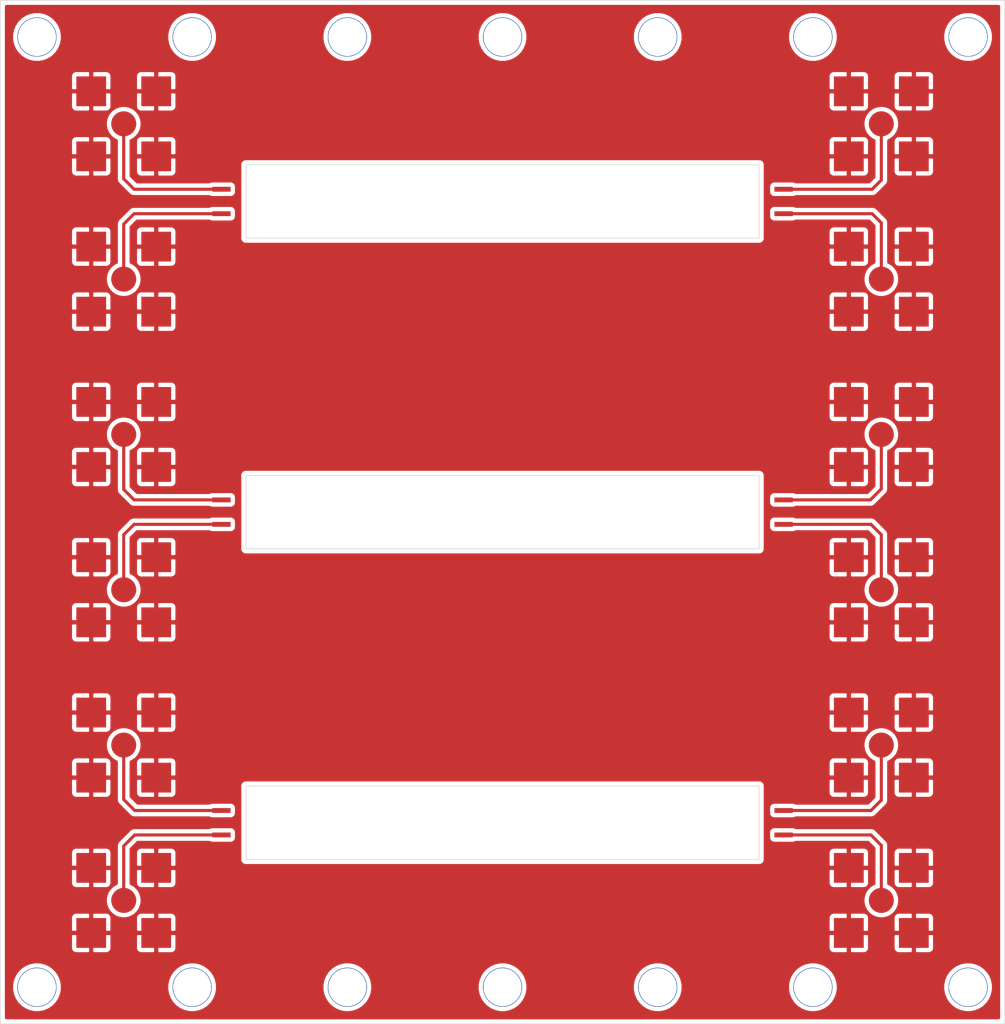
<source format=kicad_pcb>
(kicad_pcb (version 20171130) (host pcbnew "(5.1.5)-3")

  (general
    (thickness 1.6)
    (drawings 21)
    (tracks 50)
    (zones 0)
    (modules 18)
    (nets 14)
  )

  (page A4)
  (layers
    (0 F.Cu signal)
    (31 B.Cu signal)
    (32 B.Adhes user)
    (33 F.Adhes user)
    (34 B.Paste user)
    (35 F.Paste user)
    (36 B.SilkS user)
    (37 F.SilkS user)
    (38 B.Mask user)
    (39 F.Mask user)
    (40 Dwgs.User user)
    (41 Cmts.User user)
    (42 Eco1.User user)
    (43 Eco2.User user)
    (44 Edge.Cuts user)
    (45 Margin user)
    (46 B.CrtYd user)
    (47 F.CrtYd user)
    (48 B.Fab user)
    (49 F.Fab user)
  )

  (setup
    (last_trace_width 0.254)
    (user_trace_width 0.254)
    (trace_clearance 0.2)
    (zone_clearance 0.35)
    (zone_45_only no)
    (trace_min 0.2)
    (via_size 0.8)
    (via_drill 0.4)
    (via_min_size 0.4)
    (via_min_drill 0.3)
    (uvia_size 0.3)
    (uvia_drill 0.1)
    (uvias_allowed no)
    (uvia_min_size 0.2)
    (uvia_min_drill 0.1)
    (edge_width 0.05)
    (segment_width 0.2)
    (pcb_text_width 0.3)
    (pcb_text_size 1.5 1.5)
    (mod_edge_width 0.12)
    (mod_text_size 1 1)
    (mod_text_width 0.15)
    (pad_size 1.524 1.524)
    (pad_drill 0.762)
    (pad_to_mask_clearance 0.051)
    (solder_mask_min_width 0.25)
    (aux_axis_origin 0 0)
    (visible_elements FFFFFF7F)
    (pcbplotparams
      (layerselection 0x010fc_ffffffff)
      (usegerberextensions false)
      (usegerberattributes false)
      (usegerberadvancedattributes false)
      (creategerberjobfile false)
      (excludeedgelayer true)
      (linewidth 0.100000)
      (plotframeref false)
      (viasonmask false)
      (mode 1)
      (useauxorigin false)
      (hpglpennumber 1)
      (hpglpenspeed 20)
      (hpglpendiameter 15.000000)
      (psnegative false)
      (psa4output false)
      (plotreference true)
      (plotvalue true)
      (plotinvisibletext false)
      (padsonsilk false)
      (subtractmaskfromsilk false)
      (outputformat 1)
      (mirror false)
      (drillshape 1)
      (scaleselection 1)
      (outputdirectory ""))
  )

  (net 0 "")
  (net 1 "Net-(J1-Pad1)")
  (net 2 "Net-(J2-Pad1)")
  (net 3 "Net-(J3-Pad1)")
  (net 4 "Net-(J4-Pad1)")
  (net 5 "Net-(J5-Pad1)")
  (net 6 "Net-(J6-Pad1)")
  (net 7 "Net-(J7-Pad1)")
  (net 8 "Net-(J8-Pad1)")
  (net 9 "Net-(J9-Pad1)")
  (net 10 "Net-(J10-Pad1)")
  (net 11 "Net-(J11-Pad1)")
  (net 12 "Net-(J12-Pad1)")
  (net 13 GND)

  (net_class Default "This is the default net class."
    (clearance 0.2)
    (trace_width 0.254)
    (via_dia 0.8)
    (via_drill 0.4)
    (uvia_dia 0.3)
    (uvia_drill 0.1)
    (add_net GND)
    (add_net "Net-(J1-Pad1)")
    (add_net "Net-(J10-Pad1)")
    (add_net "Net-(J11-Pad1)")
    (add_net "Net-(J12-Pad1)")
    (add_net "Net-(J2-Pad1)")
    (add_net "Net-(J3-Pad1)")
    (add_net "Net-(J4-Pad1)")
    (add_net "Net-(J5-Pad1)")
    (add_net "Net-(J6-Pad1)")
    (add_net "Net-(J7-Pad1)")
    (add_net "Net-(J8-Pad1)")
    (add_net "Net-(J9-Pad1)")
  )

  (module Igluvijait01:CONSMA001-SMD-G (layer F.Cu) (tedit 5E33784A) (tstamp 5E33860F)
    (at 132 138.1)
    (path /5E37DB16)
    (fp_text reference J10 (at 0 -5.5363) (layer F.SilkS) hide
      (effects (font (size 1 1) (thickness 0.15)))
    )
    (fp_text value CONSMA001-SMD-G (at 0 -6.5363) (layer F.Fab) hide
      (effects (font (size 1 1) (thickness 0.15)))
    )
    (pad 2 smd rect (at 2.66 2.66) (size 2.44 2.44) (layers F.Cu F.Paste F.Mask)
      (net 13 GND))
    (pad 2 smd rect (at 2.66 -2.66) (size 2.44 2.44) (layers F.Cu F.Paste F.Mask)
      (net 13 GND))
    (pad 2 smd rect (at -2.66 -2.66 90) (size 2.44 2.44) (layers F.Cu F.Paste F.Mask)
      (net 13 GND))
    (pad 2 smd rect (at -2.66 2.66) (size 2.44 2.44) (layers F.Cu F.Paste F.Mask)
      (net 13 GND))
    (pad 1 smd circle (at 0 0) (size 2.05 2.05) (layers F.Cu F.Paste F.Mask)
      (net 10 "Net-(J10-Pad1)"))
    (model ${KIPRJMOD}/Igluvijait01.3dshapes/CONSMA001-SMD-G.wrl
      (at (xyz 0 0 0))
      (scale (xyz 1 1 1))
      (rotate (xyz 0 0 0))
    )
  )

  (module Igluvijait01:CONSMA001-SMD-G (layer F.Cu) (tedit 5E33784A) (tstamp 5E3385BE)
    (at 70 100)
    (path /5E37EA0D)
    (fp_text reference J1 (at 0 -5.5363) (layer F.SilkS) hide
      (effects (font (size 1 1) (thickness 0.15)))
    )
    (fp_text value CONSMA001-SMD-G (at 0 -6.5363) (layer F.Fab) hide
      (effects (font (size 1 1) (thickness 0.15)))
    )
    (pad 1 smd circle (at 0 0) (size 2.05 2.05) (layers F.Cu F.Paste F.Mask)
      (net 1 "Net-(J1-Pad1)"))
    (pad 2 smd rect (at -2.66 2.66) (size 2.44 2.44) (layers F.Cu F.Paste F.Mask)
      (net 13 GND))
    (pad 2 smd rect (at -2.66 -2.66 90) (size 2.44 2.44) (layers F.Cu F.Paste F.Mask)
      (net 13 GND))
    (pad 2 smd rect (at 2.66 -2.66) (size 2.44 2.44) (layers F.Cu F.Paste F.Mask)
      (net 13 GND))
    (pad 2 smd rect (at 2.66 2.66) (size 2.44 2.44) (layers F.Cu F.Paste F.Mask)
      (net 13 GND))
    (model ${KIPRJMOD}/Igluvijait01.3dshapes/CONSMA001-SMD-G.wrl
      (at (xyz 0 0 0))
      (scale (xyz 1 1 1))
      (rotate (xyz 0 0 0))
    )
  )

  (module Igluvijait01:CONSMA001-SMD-G (layer F.Cu) (tedit 5E33784A) (tstamp 5E3385C7)
    (at 70 112.7)
    (path /5E37EC7D)
    (fp_text reference J2 (at 0 -5.5363) (layer F.SilkS) hide
      (effects (font (size 1 1) (thickness 0.15)))
    )
    (fp_text value CONSMA001-SMD-G (at 0 -6.5363) (layer F.Fab) hide
      (effects (font (size 1 1) (thickness 0.15)))
    )
    (pad 2 smd rect (at 2.66 2.66) (size 2.44 2.44) (layers F.Cu F.Paste F.Mask)
      (net 13 GND))
    (pad 2 smd rect (at 2.66 -2.66) (size 2.44 2.44) (layers F.Cu F.Paste F.Mask)
      (net 13 GND))
    (pad 2 smd rect (at -2.66 -2.66 90) (size 2.44 2.44) (layers F.Cu F.Paste F.Mask)
      (net 13 GND))
    (pad 2 smd rect (at -2.66 2.66) (size 2.44 2.44) (layers F.Cu F.Paste F.Mask)
      (net 13 GND))
    (pad 1 smd circle (at 0 0) (size 2.05 2.05) (layers F.Cu F.Paste F.Mask)
      (net 2 "Net-(J2-Pad1)"))
    (model ${KIPRJMOD}/Igluvijait01.3dshapes/CONSMA001-SMD-G.wrl
      (at (xyz 0 0 0))
      (scale (xyz 1 1 1))
      (rotate (xyz 0 0 0))
    )
  )

  (module Igluvijait01:CONSMA001-SMD-G (layer F.Cu) (tedit 5E33784A) (tstamp 5E3385D0)
    (at 70 125.4)
    (path /5E37EE79)
    (fp_text reference J3 (at 0 -5.5363) (layer F.SilkS) hide
      (effects (font (size 1 1) (thickness 0.15)))
    )
    (fp_text value CONSMA001-SMD-G (at 0 -6.5363) (layer F.Fab) hide
      (effects (font (size 1 1) (thickness 0.15)))
    )
    (pad 1 smd circle (at 0 0) (size 2.05 2.05) (layers F.Cu F.Paste F.Mask)
      (net 3 "Net-(J3-Pad1)"))
    (pad 2 smd rect (at -2.66 2.66) (size 2.44 2.44) (layers F.Cu F.Paste F.Mask)
      (net 13 GND))
    (pad 2 smd rect (at -2.66 -2.66 90) (size 2.44 2.44) (layers F.Cu F.Paste F.Mask)
      (net 13 GND))
    (pad 2 smd rect (at 2.66 -2.66) (size 2.44 2.44) (layers F.Cu F.Paste F.Mask)
      (net 13 GND))
    (pad 2 smd rect (at 2.66 2.66) (size 2.44 2.44) (layers F.Cu F.Paste F.Mask)
      (net 13 GND))
    (model ${KIPRJMOD}/Igluvijait01.3dshapes/CONSMA001-SMD-G.wrl
      (at (xyz 0 0 0))
      (scale (xyz 1 1 1))
      (rotate (xyz 0 0 0))
    )
  )

  (module Igluvijait01:CONSMA001-SMD-G (layer F.Cu) (tedit 5E33784A) (tstamp 5E3385D9)
    (at 70 138.1)
    (path /5E37F137)
    (fp_text reference J4 (at 0 -5.5363) (layer F.SilkS) hide
      (effects (font (size 1 1) (thickness 0.15)))
    )
    (fp_text value CONSMA001-SMD-G (at 0 -6.5363) (layer F.Fab) hide
      (effects (font (size 1 1) (thickness 0.15)))
    )
    (pad 2 smd rect (at 2.66 2.66) (size 2.44 2.44) (layers F.Cu F.Paste F.Mask)
      (net 13 GND))
    (pad 2 smd rect (at 2.66 -2.66) (size 2.44 2.44) (layers F.Cu F.Paste F.Mask)
      (net 13 GND))
    (pad 2 smd rect (at -2.66 -2.66 90) (size 2.44 2.44) (layers F.Cu F.Paste F.Mask)
      (net 13 GND))
    (pad 2 smd rect (at -2.66 2.66) (size 2.44 2.44) (layers F.Cu F.Paste F.Mask)
      (net 13 GND))
    (pad 1 smd circle (at 0 0) (size 2.05 2.05) (layers F.Cu F.Paste F.Mask)
      (net 4 "Net-(J4-Pad1)"))
    (model ${KIPRJMOD}/Igluvijait01.3dshapes/CONSMA001-SMD-G.wrl
      (at (xyz 0 0 0))
      (scale (xyz 1 1 1))
      (rotate (xyz 0 0 0))
    )
  )

  (module Igluvijait01:CONSMA001-SMD-G (layer F.Cu) (tedit 5E33784A) (tstamp 5E3385E2)
    (at 70 150.8)
    (path /5E37F401)
    (fp_text reference J5 (at 0 -5.5363) (layer F.SilkS) hide
      (effects (font (size 1 1) (thickness 0.15)))
    )
    (fp_text value CONSMA001-SMD-G (at 0 -6.5363) (layer F.Fab) hide
      (effects (font (size 1 1) (thickness 0.15)))
    )
    (pad 1 smd circle (at 0 0) (size 2.05 2.05) (layers F.Cu F.Paste F.Mask)
      (net 5 "Net-(J5-Pad1)"))
    (pad 2 smd rect (at -2.66 2.66) (size 2.44 2.44) (layers F.Cu F.Paste F.Mask)
      (net 13 GND))
    (pad 2 smd rect (at -2.66 -2.66 90) (size 2.44 2.44) (layers F.Cu F.Paste F.Mask)
      (net 13 GND))
    (pad 2 smd rect (at 2.66 -2.66) (size 2.44 2.44) (layers F.Cu F.Paste F.Mask)
      (net 13 GND))
    (pad 2 smd rect (at 2.66 2.66) (size 2.44 2.44) (layers F.Cu F.Paste F.Mask)
      (net 13 GND))
    (model ${KIPRJMOD}/Igluvijait01.3dshapes/CONSMA001-SMD-G.wrl
      (at (xyz 0 0 0))
      (scale (xyz 1 1 1))
      (rotate (xyz 0 0 0))
    )
  )

  (module Igluvijait01:CONSMA001-SMD-G (layer F.Cu) (tedit 5E33784A) (tstamp 5E3385EB)
    (at 70 163.5)
    (path /5E37F58B)
    (fp_text reference J6 (at 0 -5.5363) (layer F.SilkS) hide
      (effects (font (size 1 1) (thickness 0.15)))
    )
    (fp_text value CONSMA001-SMD-G (at 0 -6.5363) (layer F.Fab) hide
      (effects (font (size 1 1) (thickness 0.15)))
    )
    (pad 2 smd rect (at 2.66 2.66) (size 2.44 2.44) (layers F.Cu F.Paste F.Mask)
      (net 13 GND))
    (pad 2 smd rect (at 2.66 -2.66) (size 2.44 2.44) (layers F.Cu F.Paste F.Mask)
      (net 13 GND))
    (pad 2 smd rect (at -2.66 -2.66 90) (size 2.44 2.44) (layers F.Cu F.Paste F.Mask)
      (net 13 GND))
    (pad 2 smd rect (at -2.66 2.66) (size 2.44 2.44) (layers F.Cu F.Paste F.Mask)
      (net 13 GND))
    (pad 1 smd circle (at 0 0) (size 2.05 2.05) (layers F.Cu F.Paste F.Mask)
      (net 6 "Net-(J6-Pad1)"))
    (model ${KIPRJMOD}/Igluvijait01.3dshapes/CONSMA001-SMD-G.wrl
      (at (xyz 0 0 0))
      (scale (xyz 1 1 1))
      (rotate (xyz 0 0 0))
    )
  )

  (module Igluvijait01:CONSMA001-SMD-G (layer F.Cu) (tedit 5E33784A) (tstamp 5E3385F4)
    (at 132 100)
    (path /5E37C3F1)
    (fp_text reference J7 (at 0 -5.5363) (layer F.SilkS) hide
      (effects (font (size 1 1) (thickness 0.15)))
    )
    (fp_text value CONSMA001-SMD-G (at 0 -6.5363) (layer F.Fab) hide
      (effects (font (size 1 1) (thickness 0.15)))
    )
    (pad 1 smd circle (at 0 0) (size 2.05 2.05) (layers F.Cu F.Paste F.Mask)
      (net 7 "Net-(J7-Pad1)"))
    (pad 2 smd rect (at -2.66 2.66) (size 2.44 2.44) (layers F.Cu F.Paste F.Mask)
      (net 13 GND))
    (pad 2 smd rect (at -2.66 -2.66 90) (size 2.44 2.44) (layers F.Cu F.Paste F.Mask)
      (net 13 GND))
    (pad 2 smd rect (at 2.66 -2.66) (size 2.44 2.44) (layers F.Cu F.Paste F.Mask)
      (net 13 GND))
    (pad 2 smd rect (at 2.66 2.66) (size 2.44 2.44) (layers F.Cu F.Paste F.Mask)
      (net 13 GND))
    (model ${KIPRJMOD}/Igluvijait01.3dshapes/CONSMA001-SMD-G.wrl
      (at (xyz 0 0 0))
      (scale (xyz 1 1 1))
      (rotate (xyz 0 0 0))
    )
  )

  (module Igluvijait01:CONSMA001-SMD-G (layer F.Cu) (tedit 5E33784A) (tstamp 5E3385FD)
    (at 132 112.7)
    (path /5E37D327)
    (fp_text reference J8 (at 0 -5.5363) (layer F.SilkS) hide
      (effects (font (size 1 1) (thickness 0.15)))
    )
    (fp_text value CONSMA001-SMD-G (at 0 -6.5363) (layer F.Fab) hide
      (effects (font (size 1 1) (thickness 0.15)))
    )
    (pad 2 smd rect (at 2.66 2.66) (size 2.44 2.44) (layers F.Cu F.Paste F.Mask)
      (net 13 GND))
    (pad 2 smd rect (at 2.66 -2.66) (size 2.44 2.44) (layers F.Cu F.Paste F.Mask)
      (net 13 GND))
    (pad 2 smd rect (at -2.66 -2.66 90) (size 2.44 2.44) (layers F.Cu F.Paste F.Mask)
      (net 13 GND))
    (pad 2 smd rect (at -2.66 2.66) (size 2.44 2.44) (layers F.Cu F.Paste F.Mask)
      (net 13 GND))
    (pad 1 smd circle (at 0 0) (size 2.05 2.05) (layers F.Cu F.Paste F.Mask)
      (net 8 "Net-(J8-Pad1)"))
    (model ${KIPRJMOD}/Igluvijait01.3dshapes/CONSMA001-SMD-G.wrl
      (at (xyz 0 0 0))
      (scale (xyz 1 1 1))
      (rotate (xyz 0 0 0))
    )
  )

  (module Igluvijait01:CONSMA001-SMD-G (layer F.Cu) (tedit 5E33784A) (tstamp 5E338606)
    (at 132 125.4)
    (path /5E37D7C2)
    (fp_text reference J9 (at 0 -5.5363) (layer F.SilkS) hide
      (effects (font (size 1 1) (thickness 0.15)))
    )
    (fp_text value CONSMA001-SMD-G (at 0 -6.5363) (layer F.Fab) hide
      (effects (font (size 1 1) (thickness 0.15)))
    )
    (pad 1 smd circle (at 0 0) (size 2.05 2.05) (layers F.Cu F.Paste F.Mask)
      (net 9 "Net-(J9-Pad1)"))
    (pad 2 smd rect (at -2.66 2.66) (size 2.44 2.44) (layers F.Cu F.Paste F.Mask)
      (net 13 GND))
    (pad 2 smd rect (at -2.66 -2.66 90) (size 2.44 2.44) (layers F.Cu F.Paste F.Mask)
      (net 13 GND))
    (pad 2 smd rect (at 2.66 -2.66) (size 2.44 2.44) (layers F.Cu F.Paste F.Mask)
      (net 13 GND))
    (pad 2 smd rect (at 2.66 2.66) (size 2.44 2.44) (layers F.Cu F.Paste F.Mask)
      (net 13 GND))
    (model ${KIPRJMOD}/Igluvijait01.3dshapes/CONSMA001-SMD-G.wrl
      (at (xyz 0 0 0))
      (scale (xyz 1 1 1))
      (rotate (xyz 0 0 0))
    )
  )

  (module Igluvijait01:CONSMA001-SMD-G (layer F.Cu) (tedit 5E33784A) (tstamp 5E338618)
    (at 132 150.8)
    (path /5E37DCD9)
    (fp_text reference J11 (at 0 -5.5363) (layer F.SilkS) hide
      (effects (font (size 1 1) (thickness 0.15)))
    )
    (fp_text value CONSMA001-SMD-G (at 0 -6.5363) (layer F.Fab) hide
      (effects (font (size 1 1) (thickness 0.15)))
    )
    (pad 1 smd circle (at 0 0) (size 2.05 2.05) (layers F.Cu F.Paste F.Mask)
      (net 11 "Net-(J11-Pad1)"))
    (pad 2 smd rect (at -2.66 2.66) (size 2.44 2.44) (layers F.Cu F.Paste F.Mask)
      (net 13 GND))
    (pad 2 smd rect (at -2.66 -2.66 90) (size 2.44 2.44) (layers F.Cu F.Paste F.Mask)
      (net 13 GND))
    (pad 2 smd rect (at 2.66 -2.66) (size 2.44 2.44) (layers F.Cu F.Paste F.Mask)
      (net 13 GND))
    (pad 2 smd rect (at 2.66 2.66) (size 2.44 2.44) (layers F.Cu F.Paste F.Mask)
      (net 13 GND))
    (model ${KIPRJMOD}/Igluvijait01.3dshapes/CONSMA001-SMD-G.wrl
      (at (xyz 0 0 0))
      (scale (xyz 1 1 1))
      (rotate (xyz 0 0 0))
    )
  )

  (module Igluvijait01:CONSMA001-SMD-G (layer F.Cu) (tedit 5E33784A) (tstamp 5E338621)
    (at 132 163.5)
    (path /5E37DE97)
    (fp_text reference J12 (at 0 -5.5363) (layer F.SilkS) hide
      (effects (font (size 1 1) (thickness 0.15)))
    )
    (fp_text value CONSMA001-SMD-G (at 0 -6.5363) (layer F.Fab) hide
      (effects (font (size 1 1) (thickness 0.15)))
    )
    (pad 2 smd rect (at 2.66 2.66) (size 2.44 2.44) (layers F.Cu F.Paste F.Mask)
      (net 13 GND))
    (pad 2 smd rect (at 2.66 -2.66) (size 2.44 2.44) (layers F.Cu F.Paste F.Mask)
      (net 13 GND))
    (pad 2 smd rect (at -2.66 -2.66 90) (size 2.44 2.44) (layers F.Cu F.Paste F.Mask)
      (net 13 GND))
    (pad 2 smd rect (at -2.66 2.66) (size 2.44 2.44) (layers F.Cu F.Paste F.Mask)
      (net 13 GND))
    (pad 1 smd circle (at 0 0) (size 2.05 2.05) (layers F.Cu F.Paste F.Mask)
      (net 12 "Net-(J12-Pad1)"))
    (model ${KIPRJMOD}/Igluvijait01.3dshapes/CONSMA001-SMD-G.wrl
      (at (xyz 0 0 0))
      (scale (xyz 1 1 1))
      (rotate (xyz 0 0 0))
    )
  )

  (module Igluvijait01:TEST_PAD (layer F.Cu) (tedit 5E34A3BF) (tstamp 5E34A617)
    (at 78 106.35 270)
    (path /5E38C115)
    (fp_text reference U1 (at 0 -4.5 90) (layer F.SilkS) hide
      (effects (font (size 1 1) (thickness 0.15)))
    )
    (fp_text value TEST_PAD (at 0 -5.5 90) (layer F.Fab) hide
      (effects (font (size 1 1) (thickness 0.15)))
    )
    (pad 1 smd rect (at -1 0 270) (size 0.4 1.5) (layers F.Cu F.Paste F.Mask)
      (net 1 "Net-(J1-Pad1)"))
    (pad 2 smd rect (at 1 0 270) (size 0.4 1.5) (layers F.Cu F.Paste F.Mask)
      (net 2 "Net-(J2-Pad1)"))
  )

  (module Igluvijait01:TEST_PAD (layer F.Cu) (tedit 5E34A3BF) (tstamp 5E34A59B)
    (at 78 131.75 270)
    (path /5E38CCA0)
    (fp_text reference U2 (at 0 -4.5 90) (layer F.SilkS) hide
      (effects (font (size 1 1) (thickness 0.15)))
    )
    (fp_text value TEST_PAD (at 0 -5.5 90) (layer F.Fab) hide
      (effects (font (size 1 1) (thickness 0.15)))
    )
    (pad 2 smd rect (at 1 0 270) (size 0.4 1.5) (layers F.Cu F.Paste F.Mask)
      (net 4 "Net-(J4-Pad1)"))
    (pad 1 smd rect (at -1 0 270) (size 0.4 1.5) (layers F.Cu F.Paste F.Mask)
      (net 3 "Net-(J3-Pad1)"))
  )

  (module Igluvijait01:TEST_PAD (layer F.Cu) (tedit 5E34A3BF) (tstamp 5E34A5A1)
    (at 78 157.15 270)
    (path /5E38D430)
    (fp_text reference U3 (at 0 -4.5 90) (layer F.SilkS) hide
      (effects (font (size 1 1) (thickness 0.15)))
    )
    (fp_text value TEST_PAD (at 0 -5.5 90) (layer F.Fab) hide
      (effects (font (size 1 1) (thickness 0.15)))
    )
    (pad 1 smd rect (at -1 0 270) (size 0.4 1.5) (layers F.Cu F.Paste F.Mask)
      (net 5 "Net-(J5-Pad1)"))
    (pad 2 smd rect (at 1 0 270) (size 0.4 1.5) (layers F.Cu F.Paste F.Mask)
      (net 6 "Net-(J6-Pad1)"))
  )

  (module Igluvijait01:TEST_PAD (layer F.Cu) (tedit 5E34A3BF) (tstamp 5E34AD6D)
    (at 124 106.35 270)
    (path /5E38ACE6)
    (fp_text reference U4 (at 0 -4.5 90) (layer F.SilkS) hide
      (effects (font (size 1 1) (thickness 0.15)))
    )
    (fp_text value TEST_PAD (at 0 -5.5 90) (layer F.Fab) hide
      (effects (font (size 1 1) (thickness 0.15)))
    )
    (pad 2 smd rect (at 1 0 270) (size 0.4 1.5) (layers F.Cu F.Paste F.Mask)
      (net 8 "Net-(J8-Pad1)"))
    (pad 1 smd rect (at -1 0 270) (size 0.4 1.5) (layers F.Cu F.Paste F.Mask)
      (net 7 "Net-(J7-Pad1)"))
  )

  (module Igluvijait01:TEST_PAD (layer F.Cu) (tedit 5E34A3BF) (tstamp 5E34A5AD)
    (at 124 131.75 270)
    (path /5E38B433)
    (fp_text reference U5 (at 0 -4.5 90) (layer F.SilkS) hide
      (effects (font (size 1 1) (thickness 0.15)))
    )
    (fp_text value TEST_PAD (at 0 -5.5 90) (layer F.Fab) hide
      (effects (font (size 1 1) (thickness 0.15)))
    )
    (pad 1 smd rect (at -1 0 270) (size 0.4 1.5) (layers F.Cu F.Paste F.Mask)
      (net 9 "Net-(J9-Pad1)"))
    (pad 2 smd rect (at 1 0 270) (size 0.4 1.5) (layers F.Cu F.Paste F.Mask)
      (net 10 "Net-(J10-Pad1)"))
  )

  (module Igluvijait01:TEST_PAD (layer F.Cu) (tedit 5E34A3BF) (tstamp 5E34B26F)
    (at 124 157.15 270)
    (path /5E38B6E8)
    (fp_text reference U6 (at 0 -4.5 90) (layer F.SilkS) hide
      (effects (font (size 1 1) (thickness 0.15)))
    )
    (fp_text value TEST_PAD (at 0 -5.5 90) (layer F.Fab) hide
      (effects (font (size 1 1) (thickness 0.15)))
    )
    (pad 2 smd rect (at 1 0 270) (size 0.4 1.5) (layers F.Cu F.Paste F.Mask)
      (net 12 "Net-(J12-Pad1)"))
    (pad 1 smd rect (at -1 0 270) (size 0.4 1.5) (layers F.Cu F.Paste F.Mask)
      (net 11 "Net-(J11-Pad1)"))
  )

  (gr_text "Dylan Oh\nFeb 2020" (at 123 114.4) (layer F.Mask)
    (effects (font (size 1 1) (thickness 0.15)) (justify right))
  )
  (gr_text "1. Inuit word for snow houses" (at 92 125.6) (layer F.Mask)
    (effects (font (size 1 1) (thickness 0.15)))
  )
  (gr_text "plural noun" (at 79 124) (layer F.Mask)
    (effects (font (size 1 1) (thickness 0.15) italic) (justify left))
  )
  (gr_text "Igluvijait [iɣ'lu'vj'a:t]" (at 79 122) (layer F.Mask)
    (effects (font (size 1.5 1.5) (thickness 0.225)) (justify left))
  )
  (gr_text Igluvijait01 (at 78.5 114.4) (layer F.Mask)
    (effects (font (size 3 3) (thickness 0.5) italic) (justify left))
  )
  (gr_line (start 59.9 173.6) (end 59.9 89.9) (layer Edge.Cuts) (width 0.05) (tstamp 5E338F63))
  (gr_line (start 142.1 173.6) (end 59.9 173.6) (layer Edge.Cuts) (width 0.05))
  (gr_line (start 142.1 89.9) (end 142.1 173.6) (layer Edge.Cuts) (width 0.05))
  (gr_line (start 59.9 89.9) (end 142.1 89.9) (layer Edge.Cuts) (width 0.05))
  (gr_line (start 80 160.15) (end 122 160.15) (layer Edge.Cuts) (width 0.05) (tstamp 5E338E3B))
  (gr_line (start 80 160.15) (end 80 154.15) (layer Edge.Cuts) (width 0.05) (tstamp 5E338E3A))
  (gr_line (start 80 154.15) (end 122 154.15) (layer Edge.Cuts) (width 0.05) (tstamp 5E338E39))
  (gr_line (start 122 160.15) (end 122 154.15) (layer Edge.Cuts) (width 0.05) (tstamp 5E338E38))
  (gr_line (start 80 134.75) (end 122 134.75) (layer Edge.Cuts) (width 0.05) (tstamp 5E338E27))
  (gr_line (start 80 128.75) (end 122 128.75) (layer Edge.Cuts) (width 0.05) (tstamp 5E338E26))
  (gr_line (start 122 134.75) (end 122 128.75) (layer Edge.Cuts) (width 0.05) (tstamp 5E338E25))
  (gr_line (start 80 134.75) (end 80 128.75) (layer Edge.Cuts) (width 0.05) (tstamp 5E338E24))
  (gr_line (start 122 109.35) (end 122 103.35) (layer Edge.Cuts) (width 0.05) (tstamp 5E338CA2))
  (gr_line (start 80 109.35) (end 122 109.35) (layer Edge.Cuts) (width 0.05) (tstamp 5E338C9F))
  (gr_line (start 80 103.35) (end 122 103.35) (layer Edge.Cuts) (width 0.05))
  (gr_line (start 80 109.35) (end 80 103.35) (layer Edge.Cuts) (width 0.05))

  (via (at 62.9 92.9) (size 3.2) (drill 3.1) (layers F.Cu B.Cu) (net 0))
  (via (at 75.6 92.9) (size 3.2) (drill 3.1) (layers F.Cu B.Cu) (net 0) (tstamp 5E34AA60))
  (via (at 88.3 92.9) (size 3.2) (drill 3.1) (layers F.Cu B.Cu) (net 0) (tstamp 5E34AA62))
  (via (at 101 92.9) (size 3.2) (drill 3.1) (layers F.Cu B.Cu) (net 0) (tstamp 5E34AA64))
  (via (at 113.7 92.9) (size 3.2) (drill 3.1) (layers F.Cu B.Cu) (net 0) (tstamp 5E34AA66))
  (via (at 126.4 92.9) (size 3.2) (drill 3.1) (layers F.Cu B.Cu) (net 0) (tstamp 5E34AA68))
  (via (at 139.1 92.9) (size 3.2) (drill 3.1) (layers F.Cu B.Cu) (net 0) (tstamp 5E34AA6A))
  (via (at 62.9 170.6) (size 3.2) (drill 3.1) (layers F.Cu B.Cu) (net 0) (tstamp 5E34AA6C))
  (via (at 75.6 170.6) (size 3.2) (drill 3.1) (layers F.Cu B.Cu) (net 0) (tstamp 5E34AA6E))
  (via (at 88.3 170.6) (size 3.2) (drill 3.1) (layers F.Cu B.Cu) (net 0) (tstamp 5E34AA70))
  (via (at 101 170.6) (size 3.2) (drill 3.1) (layers F.Cu B.Cu) (net 0) (tstamp 5E34AA72))
  (via (at 113.7 170.6) (size 3.2) (drill 3.1) (layers F.Cu B.Cu) (net 0) (tstamp 5E34AA74))
  (via (at 126.4 170.6) (size 3.2) (drill 3.1) (layers F.Cu B.Cu) (net 0) (tstamp 5E34AA76))
  (via (at 139.1 170.6) (size 3.2) (drill 3.1) (layers F.Cu B.Cu) (net 0) (tstamp 5E34AA78))
  (segment (start 70 100) (end 70 104.5) (width 0.254) (layer F.Cu) (net 1))
  (segment (start 70 104.5) (end 70.85 105.35) (width 0.254) (layer F.Cu) (net 1))
  (segment (start 70.85 105.35) (end 78 105.35) (width 0.254) (layer F.Cu) (net 1))
  (segment (start 70 112.7) (end 70 108.2) (width 0.254) (layer F.Cu) (net 2))
  (segment (start 70 108.2) (end 70.85 107.35) (width 0.254) (layer F.Cu) (net 2))
  (segment (start 70.85 107.35) (end 78 107.35) (width 0.254) (layer F.Cu) (net 2))
  (segment (start 70 125.4) (end 70 129.9) (width 0.254) (layer F.Cu) (net 3))
  (segment (start 70 129.9) (end 70.85 130.75) (width 0.254) (layer F.Cu) (net 3))
  (segment (start 70.85 130.75) (end 78 130.75) (width 0.254) (layer F.Cu) (net 3))
  (segment (start 70 138.1) (end 70 133.6) (width 0.25) (layer F.Cu) (net 4))
  (segment (start 70 133.6) (end 70.85 132.75) (width 0.25) (layer F.Cu) (net 4))
  (segment (start 70.85 132.75) (end 78 132.75) (width 0.254) (layer F.Cu) (net 4))
  (segment (start 70 150.8) (end 70 155.25) (width 0.254) (layer F.Cu) (net 5))
  (segment (start 70 155.25) (end 70.9 156.15) (width 0.254) (layer F.Cu) (net 5))
  (segment (start 78 156.15) (end 70.9 156.15) (width 0.254) (layer F.Cu) (net 5))
  (segment (start 70 163.5) (end 70 159.05) (width 0.254) (layer F.Cu) (net 6))
  (segment (start 70 159.05) (end 70.9 158.15) (width 0.254) (layer F.Cu) (net 6))
  (segment (start 78 158.15) (end 70.9 158.15) (width 0.254) (layer F.Cu) (net 6))
  (segment (start 132 100) (end 132 104.6) (width 0.254) (layer F.Cu) (net 7))
  (segment (start 132 104.6) (end 131.25 105.35) (width 0.254) (layer F.Cu) (net 7))
  (segment (start 131.25 105.35) (end 124 105.35) (width 0.254) (layer F.Cu) (net 7))
  (segment (start 132 112.7) (end 132 108.1) (width 0.254) (layer F.Cu) (net 8))
  (segment (start 132 108.1) (end 131.25 107.35) (width 0.254) (layer F.Cu) (net 8))
  (segment (start 131.25 107.35) (end 124 107.35) (width 0.254) (layer F.Cu) (net 8))
  (segment (start 132 125.4) (end 132 129.85) (width 0.254) (layer F.Cu) (net 9))
  (segment (start 132 129.85) (end 131.1 130.75) (width 0.254) (layer F.Cu) (net 9))
  (segment (start 131.1 130.75) (end 124 130.75) (width 0.254) (layer F.Cu) (net 9))
  (segment (start 132 138.1) (end 132 133.6) (width 0.254) (layer F.Cu) (net 10))
  (segment (start 132 133.6) (end 131.15 132.75) (width 0.254) (layer F.Cu) (net 10))
  (segment (start 131.15 132.75) (end 124 132.75) (width 0.254) (layer F.Cu) (net 10))
  (segment (start 132 150.8) (end 132 155.3) (width 0.254) (layer F.Cu) (net 11))
  (segment (start 132 155.3) (end 131.15 156.15) (width 0.254) (layer F.Cu) (net 11))
  (segment (start 131.15 156.15) (end 124 156.15) (width 0.254) (layer F.Cu) (net 11))
  (segment (start 132 163.5) (end 132 159) (width 0.254) (layer F.Cu) (net 12))
  (segment (start 132 159) (end 131.15 158.15) (width 0.254) (layer F.Cu) (net 12))
  (segment (start 131.15 158.15) (end 124 158.15) (width 0.254) (layer F.Cu) (net 12))

  (zone (net 13) (net_name GND) (layer B.Cu) (tstamp 0) (hatch edge 0.508)
    (connect_pads (clearance 0.508))
    (min_thickness 0.254)
    (fill yes (arc_segments 32) (thermal_gap 0.508) (thermal_bridge_width 0.508))
    (polygon
      (pts
        (xy 142.1 173.6) (xy 59.9 173.6) (xy 59.9 89.9) (xy 142.1 89.9)
      )
    )
  )
  (zone (net 13) (net_name GND) (layer F.Cu) (tstamp 5E33904B) (hatch edge 0.508)
    (connect_pads (clearance 0.35))
    (min_thickness 0.254)
    (fill yes (arc_segments 32) (thermal_gap 0.35) (thermal_bridge_width 0.35))
    (polygon
      (pts
        (xy 142.1 89.9) (xy 59.9 89.9) (xy 59.9 173.6) (xy 142.1 173.6)
      )
    )
    (filled_polygon
      (pts
        (xy 141.598001 173.098) (xy 60.402 173.098) (xy 60.402 170.395433) (xy 60.823 170.395433) (xy 60.823 170.804567)
        (xy 60.902818 171.205839) (xy 61.059386 171.583829) (xy 61.286689 171.924011) (xy 61.575989 172.213311) (xy 61.916171 172.440614)
        (xy 62.294161 172.597182) (xy 62.695433 172.677) (xy 63.104567 172.677) (xy 63.505839 172.597182) (xy 63.883829 172.440614)
        (xy 64.224011 172.213311) (xy 64.513311 171.924011) (xy 64.740614 171.583829) (xy 64.897182 171.205839) (xy 64.977 170.804567)
        (xy 64.977 170.395433) (xy 73.523 170.395433) (xy 73.523 170.804567) (xy 73.602818 171.205839) (xy 73.759386 171.583829)
        (xy 73.986689 171.924011) (xy 74.275989 172.213311) (xy 74.616171 172.440614) (xy 74.994161 172.597182) (xy 75.395433 172.677)
        (xy 75.804567 172.677) (xy 76.205839 172.597182) (xy 76.583829 172.440614) (xy 76.924011 172.213311) (xy 77.213311 171.924011)
        (xy 77.440614 171.583829) (xy 77.597182 171.205839) (xy 77.677 170.804567) (xy 77.677 170.395433) (xy 86.223 170.395433)
        (xy 86.223 170.804567) (xy 86.302818 171.205839) (xy 86.459386 171.583829) (xy 86.686689 171.924011) (xy 86.975989 172.213311)
        (xy 87.316171 172.440614) (xy 87.694161 172.597182) (xy 88.095433 172.677) (xy 88.504567 172.677) (xy 88.905839 172.597182)
        (xy 89.283829 172.440614) (xy 89.624011 172.213311) (xy 89.913311 171.924011) (xy 90.140614 171.583829) (xy 90.297182 171.205839)
        (xy 90.377 170.804567) (xy 90.377 170.395433) (xy 98.923 170.395433) (xy 98.923 170.804567) (xy 99.002818 171.205839)
        (xy 99.159386 171.583829) (xy 99.386689 171.924011) (xy 99.675989 172.213311) (xy 100.016171 172.440614) (xy 100.394161 172.597182)
        (xy 100.795433 172.677) (xy 101.204567 172.677) (xy 101.605839 172.597182) (xy 101.983829 172.440614) (xy 102.324011 172.213311)
        (xy 102.613311 171.924011) (xy 102.840614 171.583829) (xy 102.997182 171.205839) (xy 103.077 170.804567) (xy 103.077 170.395433)
        (xy 111.623 170.395433) (xy 111.623 170.804567) (xy 111.702818 171.205839) (xy 111.859386 171.583829) (xy 112.086689 171.924011)
        (xy 112.375989 172.213311) (xy 112.716171 172.440614) (xy 113.094161 172.597182) (xy 113.495433 172.677) (xy 113.904567 172.677)
        (xy 114.305839 172.597182) (xy 114.683829 172.440614) (xy 115.024011 172.213311) (xy 115.313311 171.924011) (xy 115.540614 171.583829)
        (xy 115.697182 171.205839) (xy 115.777 170.804567) (xy 115.777 170.395433) (xy 124.323 170.395433) (xy 124.323 170.804567)
        (xy 124.402818 171.205839) (xy 124.559386 171.583829) (xy 124.786689 171.924011) (xy 125.075989 172.213311) (xy 125.416171 172.440614)
        (xy 125.794161 172.597182) (xy 126.195433 172.677) (xy 126.604567 172.677) (xy 127.005839 172.597182) (xy 127.383829 172.440614)
        (xy 127.724011 172.213311) (xy 128.013311 171.924011) (xy 128.240614 171.583829) (xy 128.397182 171.205839) (xy 128.477 170.804567)
        (xy 128.477 170.395433) (xy 137.023 170.395433) (xy 137.023 170.804567) (xy 137.102818 171.205839) (xy 137.259386 171.583829)
        (xy 137.486689 171.924011) (xy 137.775989 172.213311) (xy 138.116171 172.440614) (xy 138.494161 172.597182) (xy 138.895433 172.677)
        (xy 139.304567 172.677) (xy 139.705839 172.597182) (xy 140.083829 172.440614) (xy 140.424011 172.213311) (xy 140.713311 171.924011)
        (xy 140.940614 171.583829) (xy 141.097182 171.205839) (xy 141.177 170.804567) (xy 141.177 170.395433) (xy 141.097182 169.994161)
        (xy 140.940614 169.616171) (xy 140.713311 169.275989) (xy 140.424011 168.986689) (xy 140.083829 168.759386) (xy 139.705839 168.602818)
        (xy 139.304567 168.523) (xy 138.895433 168.523) (xy 138.494161 168.602818) (xy 138.116171 168.759386) (xy 137.775989 168.986689)
        (xy 137.486689 169.275989) (xy 137.259386 169.616171) (xy 137.102818 169.994161) (xy 137.023 170.395433) (xy 128.477 170.395433)
        (xy 128.397182 169.994161) (xy 128.240614 169.616171) (xy 128.013311 169.275989) (xy 127.724011 168.986689) (xy 127.383829 168.759386)
        (xy 127.005839 168.602818) (xy 126.604567 168.523) (xy 126.195433 168.523) (xy 125.794161 168.602818) (xy 125.416171 168.759386)
        (xy 125.075989 168.986689) (xy 124.786689 169.275989) (xy 124.559386 169.616171) (xy 124.402818 169.994161) (xy 124.323 170.395433)
        (xy 115.777 170.395433) (xy 115.697182 169.994161) (xy 115.540614 169.616171) (xy 115.313311 169.275989) (xy 115.024011 168.986689)
        (xy 114.683829 168.759386) (xy 114.305839 168.602818) (xy 113.904567 168.523) (xy 113.495433 168.523) (xy 113.094161 168.602818)
        (xy 112.716171 168.759386) (xy 112.375989 168.986689) (xy 112.086689 169.275989) (xy 111.859386 169.616171) (xy 111.702818 169.994161)
        (xy 111.623 170.395433) (xy 103.077 170.395433) (xy 102.997182 169.994161) (xy 102.840614 169.616171) (xy 102.613311 169.275989)
        (xy 102.324011 168.986689) (xy 101.983829 168.759386) (xy 101.605839 168.602818) (xy 101.204567 168.523) (xy 100.795433 168.523)
        (xy 100.394161 168.602818) (xy 100.016171 168.759386) (xy 99.675989 168.986689) (xy 99.386689 169.275989) (xy 99.159386 169.616171)
        (xy 99.002818 169.994161) (xy 98.923 170.395433) (xy 90.377 170.395433) (xy 90.297182 169.994161) (xy 90.140614 169.616171)
        (xy 89.913311 169.275989) (xy 89.624011 168.986689) (xy 89.283829 168.759386) (xy 88.905839 168.602818) (xy 88.504567 168.523)
        (xy 88.095433 168.523) (xy 87.694161 168.602818) (xy 87.316171 168.759386) (xy 86.975989 168.986689) (xy 86.686689 169.275989)
        (xy 86.459386 169.616171) (xy 86.302818 169.994161) (xy 86.223 170.395433) (xy 77.677 170.395433) (xy 77.597182 169.994161)
        (xy 77.440614 169.616171) (xy 77.213311 169.275989) (xy 76.924011 168.986689) (xy 76.583829 168.759386) (xy 76.205839 168.602818)
        (xy 75.804567 168.523) (xy 75.395433 168.523) (xy 74.994161 168.602818) (xy 74.616171 168.759386) (xy 74.275989 168.986689)
        (xy 73.986689 169.275989) (xy 73.759386 169.616171) (xy 73.602818 169.994161) (xy 73.523 170.395433) (xy 64.977 170.395433)
        (xy 64.897182 169.994161) (xy 64.740614 169.616171) (xy 64.513311 169.275989) (xy 64.224011 168.986689) (xy 63.883829 168.759386)
        (xy 63.505839 168.602818) (xy 63.104567 168.523) (xy 62.695433 168.523) (xy 62.294161 168.602818) (xy 61.916171 168.759386)
        (xy 61.575989 168.986689) (xy 61.286689 169.275989) (xy 61.059386 169.616171) (xy 60.902818 169.994161) (xy 60.823 170.395433)
        (xy 60.402 170.395433) (xy 60.402 167.38) (xy 65.640692 167.38) (xy 65.649902 167.473508) (xy 65.677177 167.563423)
        (xy 65.72147 167.646289) (xy 65.781078 167.718922) (xy 65.853711 167.77853) (xy 65.936577 167.822823) (xy 66.026492 167.850098)
        (xy 66.12 167.859308) (xy 67.17275 167.857) (xy 67.292 167.73775) (xy 67.292 166.208) (xy 67.388 166.208)
        (xy 67.388 167.73775) (xy 67.50725 167.857) (xy 68.56 167.859308) (xy 68.653508 167.850098) (xy 68.743423 167.822823)
        (xy 68.826289 167.77853) (xy 68.898922 167.718922) (xy 68.95853 167.646289) (xy 69.002823 167.563423) (xy 69.030098 167.473508)
        (xy 69.039308 167.38) (xy 70.960692 167.38) (xy 70.969902 167.473508) (xy 70.997177 167.563423) (xy 71.04147 167.646289)
        (xy 71.101078 167.718922) (xy 71.173711 167.77853) (xy 71.256577 167.822823) (xy 71.346492 167.850098) (xy 71.44 167.859308)
        (xy 72.49275 167.857) (xy 72.612 167.73775) (xy 72.612 166.208) (xy 72.708 166.208) (xy 72.708 167.73775)
        (xy 72.82725 167.857) (xy 73.88 167.859308) (xy 73.973508 167.850098) (xy 74.063423 167.822823) (xy 74.146289 167.77853)
        (xy 74.218922 167.718922) (xy 74.27853 167.646289) (xy 74.322823 167.563423) (xy 74.350098 167.473508) (xy 74.359308 167.38)
        (xy 127.640692 167.38) (xy 127.649902 167.473508) (xy 127.677177 167.563423) (xy 127.72147 167.646289) (xy 127.781078 167.718922)
        (xy 127.853711 167.77853) (xy 127.936577 167.822823) (xy 128.026492 167.850098) (xy 128.12 167.859308) (xy 129.17275 167.857)
        (xy 129.292 167.73775) (xy 129.292 166.208) (xy 129.388 166.208) (xy 129.388 167.73775) (xy 129.50725 167.857)
        (xy 130.56 167.859308) (xy 130.653508 167.850098) (xy 130.743423 167.822823) (xy 130.826289 167.77853) (xy 130.898922 167.718922)
        (xy 130.95853 167.646289) (xy 131.002823 167.563423) (xy 131.030098 167.473508) (xy 131.039308 167.38) (xy 132.960692 167.38)
        (xy 132.969902 167.473508) (xy 132.997177 167.563423) (xy 133.04147 167.646289) (xy 133.101078 167.718922) (xy 133.173711 167.77853)
        (xy 133.256577 167.822823) (xy 133.346492 167.850098) (xy 133.44 167.859308) (xy 134.49275 167.857) (xy 134.612 167.73775)
        (xy 134.612 166.208) (xy 134.708 166.208) (xy 134.708 167.73775) (xy 134.82725 167.857) (xy 135.88 167.859308)
        (xy 135.973508 167.850098) (xy 136.063423 167.822823) (xy 136.146289 167.77853) (xy 136.218922 167.718922) (xy 136.27853 167.646289)
        (xy 136.322823 167.563423) (xy 136.350098 167.473508) (xy 136.359308 167.38) (xy 136.357 166.32725) (xy 136.23775 166.208)
        (xy 134.708 166.208) (xy 134.612 166.208) (xy 133.08225 166.208) (xy 132.963 166.32725) (xy 132.960692 167.38)
        (xy 131.039308 167.38) (xy 131.037 166.32725) (xy 130.91775 166.208) (xy 129.388 166.208) (xy 129.292 166.208)
        (xy 127.76225 166.208) (xy 127.643 166.32725) (xy 127.640692 167.38) (xy 74.359308 167.38) (xy 74.357 166.32725)
        (xy 74.23775 166.208) (xy 72.708 166.208) (xy 72.612 166.208) (xy 71.08225 166.208) (xy 70.963 166.32725)
        (xy 70.960692 167.38) (xy 69.039308 167.38) (xy 69.037 166.32725) (xy 68.91775 166.208) (xy 67.388 166.208)
        (xy 67.292 166.208) (xy 65.76225 166.208) (xy 65.643 166.32725) (xy 65.640692 167.38) (xy 60.402 167.38)
        (xy 60.402 164.94) (xy 65.640692 164.94) (xy 65.643 165.99275) (xy 65.76225 166.112) (xy 67.292 166.112)
        (xy 67.292 164.58225) (xy 67.388 164.58225) (xy 67.388 166.112) (xy 68.91775 166.112) (xy 69.037 165.99275)
        (xy 69.039308 164.94) (xy 69.030098 164.846492) (xy 69.002823 164.756577) (xy 68.95853 164.673711) (xy 68.898922 164.601078)
        (xy 68.826289 164.54147) (xy 68.743423 164.497177) (xy 68.653508 164.469902) (xy 68.56 164.460692) (xy 67.50725 164.463)
        (xy 67.388 164.58225) (xy 67.292 164.58225) (xy 67.17275 164.463) (xy 66.12 164.460692) (xy 66.026492 164.469902)
        (xy 65.936577 164.497177) (xy 65.853711 164.54147) (xy 65.781078 164.601078) (xy 65.72147 164.673711) (xy 65.677177 164.756577)
        (xy 65.649902 164.846492) (xy 65.640692 164.94) (xy 60.402 164.94) (xy 60.402 163.352066) (xy 68.498 163.352066)
        (xy 68.498 163.647934) (xy 68.555721 163.938117) (xy 68.668944 164.211464) (xy 68.83332 164.457469) (xy 69.042531 164.66668)
        (xy 69.288536 164.831056) (xy 69.561883 164.944279) (xy 69.852066 165.002) (xy 70.147934 165.002) (xy 70.438117 164.944279)
        (xy 70.448447 164.94) (xy 70.960692 164.94) (xy 70.963 165.99275) (xy 71.08225 166.112) (xy 72.612 166.112)
        (xy 72.612 164.58225) (xy 72.708 164.58225) (xy 72.708 166.112) (xy 74.23775 166.112) (xy 74.357 165.99275)
        (xy 74.359308 164.94) (xy 127.640692 164.94) (xy 127.643 165.99275) (xy 127.76225 166.112) (xy 129.292 166.112)
        (xy 129.292 164.58225) (xy 129.388 164.58225) (xy 129.388 166.112) (xy 130.91775 166.112) (xy 131.037 165.99275)
        (xy 131.039308 164.94) (xy 131.030098 164.846492) (xy 131.002823 164.756577) (xy 130.95853 164.673711) (xy 130.898922 164.601078)
        (xy 130.826289 164.54147) (xy 130.743423 164.497177) (xy 130.653508 164.469902) (xy 130.56 164.460692) (xy 129.50725 164.463)
        (xy 129.388 164.58225) (xy 129.292 164.58225) (xy 129.17275 164.463) (xy 128.12 164.460692) (xy 128.026492 164.469902)
        (xy 127.936577 164.497177) (xy 127.853711 164.54147) (xy 127.781078 164.601078) (xy 127.72147 164.673711) (xy 127.677177 164.756577)
        (xy 127.649902 164.846492) (xy 127.640692 164.94) (xy 74.359308 164.94) (xy 74.350098 164.846492) (xy 74.322823 164.756577)
        (xy 74.27853 164.673711) (xy 74.218922 164.601078) (xy 74.146289 164.54147) (xy 74.063423 164.497177) (xy 73.973508 164.469902)
        (xy 73.88 164.460692) (xy 72.82725 164.463) (xy 72.708 164.58225) (xy 72.612 164.58225) (xy 72.49275 164.463)
        (xy 71.44 164.460692) (xy 71.346492 164.469902) (xy 71.256577 164.497177) (xy 71.173711 164.54147) (xy 71.101078 164.601078)
        (xy 71.04147 164.673711) (xy 70.997177 164.756577) (xy 70.969902 164.846492) (xy 70.960692 164.94) (xy 70.448447 164.94)
        (xy 70.711464 164.831056) (xy 70.957469 164.66668) (xy 71.16668 164.457469) (xy 71.331056 164.211464) (xy 71.444279 163.938117)
        (xy 71.502 163.647934) (xy 71.502 163.352066) (xy 71.444279 163.061883) (xy 71.331056 162.788536) (xy 71.16668 162.542531)
        (xy 70.957469 162.33332) (xy 70.711464 162.168944) (xy 70.604 162.124431) (xy 70.604 162.06) (xy 70.960692 162.06)
        (xy 70.969902 162.153508) (xy 70.997177 162.243423) (xy 71.04147 162.326289) (xy 71.101078 162.398922) (xy 71.173711 162.45853)
        (xy 71.256577 162.502823) (xy 71.346492 162.530098) (xy 71.44 162.539308) (xy 72.49275 162.537) (xy 72.612 162.41775)
        (xy 72.612 160.888) (xy 72.708 160.888) (xy 72.708 162.41775) (xy 72.82725 162.537) (xy 73.88 162.539308)
        (xy 73.973508 162.530098) (xy 74.063423 162.502823) (xy 74.146289 162.45853) (xy 74.218922 162.398922) (xy 74.27853 162.326289)
        (xy 74.322823 162.243423) (xy 74.350098 162.153508) (xy 74.359308 162.06) (xy 127.640692 162.06) (xy 127.649902 162.153508)
        (xy 127.677177 162.243423) (xy 127.72147 162.326289) (xy 127.781078 162.398922) (xy 127.853711 162.45853) (xy 127.936577 162.502823)
        (xy 128.026492 162.530098) (xy 128.12 162.539308) (xy 129.17275 162.537) (xy 129.292 162.41775) (xy 129.292 160.888)
        (xy 129.388 160.888) (xy 129.388 162.41775) (xy 129.50725 162.537) (xy 130.56 162.539308) (xy 130.653508 162.530098)
        (xy 130.743423 162.502823) (xy 130.826289 162.45853) (xy 130.898922 162.398922) (xy 130.95853 162.326289) (xy 131.002823 162.243423)
        (xy 131.030098 162.153508) (xy 131.039308 162.06) (xy 131.037 161.00725) (xy 130.91775 160.888) (xy 129.388 160.888)
        (xy 129.292 160.888) (xy 127.76225 160.888) (xy 127.643 161.00725) (xy 127.640692 162.06) (xy 74.359308 162.06)
        (xy 74.357 161.00725) (xy 74.23775 160.888) (xy 72.708 160.888) (xy 72.612 160.888) (xy 71.08225 160.888)
        (xy 70.963 161.00725) (xy 70.960692 162.06) (xy 70.604 162.06) (xy 70.604 159.62) (xy 70.960692 159.62)
        (xy 70.963 160.67275) (xy 71.08225 160.792) (xy 72.612 160.792) (xy 72.612 159.26225) (xy 72.708 159.26225)
        (xy 72.708 160.792) (xy 74.23775 160.792) (xy 74.357 160.67275) (xy 74.359308 159.62) (xy 74.350098 159.526492)
        (xy 74.322823 159.436577) (xy 74.27853 159.353711) (xy 74.218922 159.281078) (xy 74.146289 159.22147) (xy 74.063423 159.177177)
        (xy 73.973508 159.149902) (xy 73.88 159.140692) (xy 72.82725 159.143) (xy 72.708 159.26225) (xy 72.612 159.26225)
        (xy 72.49275 159.143) (xy 71.44 159.140692) (xy 71.346492 159.149902) (xy 71.256577 159.177177) (xy 71.173711 159.22147)
        (xy 71.101078 159.281078) (xy 71.04147 159.353711) (xy 70.997177 159.436577) (xy 70.969902 159.526492) (xy 70.960692 159.62)
        (xy 70.604 159.62) (xy 70.604 159.300184) (xy 71.150185 158.754) (xy 76.993946 158.754) (xy 77.066577 158.792822)
        (xy 77.156492 158.820097) (xy 77.25 158.829307) (xy 78.75 158.829307) (xy 78.843508 158.820097) (xy 78.933423 158.792822)
        (xy 79.016289 158.748529) (xy 79.088921 158.688921) (xy 79.148529 158.616289) (xy 79.192822 158.533423) (xy 79.220097 158.443508)
        (xy 79.229307 158.35) (xy 79.229307 157.95) (xy 79.220097 157.856492) (xy 79.192822 157.766577) (xy 79.148529 157.683711)
        (xy 79.088921 157.611079) (xy 79.016289 157.551471) (xy 78.933423 157.507178) (xy 78.843508 157.479903) (xy 78.75 157.470693)
        (xy 77.25 157.470693) (xy 77.156492 157.479903) (xy 77.066577 157.507178) (xy 76.993946 157.546) (xy 70.929666 157.546)
        (xy 70.899999 157.543078) (xy 70.814785 157.551471) (xy 70.781595 157.55474) (xy 70.667741 157.589277) (xy 70.562812 157.645363)
        (xy 70.470841 157.720841) (xy 70.451927 157.743888) (xy 69.593889 158.601927) (xy 69.570842 158.620841) (xy 69.55193 158.643886)
        (xy 69.495363 158.712813) (xy 69.439278 158.817741) (xy 69.40474 158.931596) (xy 69.393078 159.05) (xy 69.396001 159.079677)
        (xy 69.396 162.124431) (xy 69.288536 162.168944) (xy 69.042531 162.33332) (xy 68.83332 162.542531) (xy 68.668944 162.788536)
        (xy 68.555721 163.061883) (xy 68.498 163.352066) (xy 60.402 163.352066) (xy 60.402 162.06) (xy 65.640692 162.06)
        (xy 65.649902 162.153508) (xy 65.677177 162.243423) (xy 65.72147 162.326289) (xy 65.781078 162.398922) (xy 65.853711 162.45853)
        (xy 65.936577 162.502823) (xy 66.026492 162.530098) (xy 66.12 162.539308) (xy 67.17275 162.537) (xy 67.292 162.41775)
        (xy 67.292 160.888) (xy 67.388 160.888) (xy 67.388 162.41775) (xy 67.50725 162.537) (xy 68.56 162.539308)
        (xy 68.653508 162.530098) (xy 68.743423 162.502823) (xy 68.826289 162.45853) (xy 68.898922 162.398922) (xy 68.95853 162.326289)
        (xy 69.002823 162.243423) (xy 69.030098 162.153508) (xy 69.039308 162.06) (xy 69.037 161.00725) (xy 68.91775 160.888)
        (xy 67.388 160.888) (xy 67.292 160.888) (xy 65.76225 160.888) (xy 65.643 161.00725) (xy 65.640692 162.06)
        (xy 60.402 162.06) (xy 60.402 159.62) (xy 65.640692 159.62) (xy 65.643 160.67275) (xy 65.76225 160.792)
        (xy 67.292 160.792) (xy 67.292 159.26225) (xy 67.388 159.26225) (xy 67.388 160.792) (xy 68.91775 160.792)
        (xy 69.037 160.67275) (xy 69.039308 159.62) (xy 69.030098 159.526492) (xy 69.002823 159.436577) (xy 68.95853 159.353711)
        (xy 68.898922 159.281078) (xy 68.826289 159.22147) (xy 68.743423 159.177177) (xy 68.653508 159.149902) (xy 68.56 159.140692)
        (xy 67.50725 159.143) (xy 67.388 159.26225) (xy 67.292 159.26225) (xy 67.17275 159.143) (xy 66.12 159.140692)
        (xy 66.026492 159.149902) (xy 65.936577 159.177177) (xy 65.853711 159.22147) (xy 65.781078 159.281078) (xy 65.72147 159.353711)
        (xy 65.677177 159.436577) (xy 65.649902 159.526492) (xy 65.640692 159.62) (xy 60.402 159.62) (xy 60.402 154.68)
        (xy 65.640692 154.68) (xy 65.649902 154.773508) (xy 65.677177 154.863423) (xy 65.72147 154.946289) (xy 65.781078 155.018922)
        (xy 65.853711 155.07853) (xy 65.936577 155.122823) (xy 66.026492 155.150098) (xy 66.12 155.159308) (xy 67.17275 155.157)
        (xy 67.292 155.03775) (xy 67.292 153.508) (xy 67.388 153.508) (xy 67.388 155.03775) (xy 67.50725 155.157)
        (xy 68.56 155.159308) (xy 68.653508 155.150098) (xy 68.743423 155.122823) (xy 68.826289 155.07853) (xy 68.898922 155.018922)
        (xy 68.95853 154.946289) (xy 69.002823 154.863423) (xy 69.030098 154.773508) (xy 69.039308 154.68) (xy 69.037 153.62725)
        (xy 68.91775 153.508) (xy 67.388 153.508) (xy 67.292 153.508) (xy 65.76225 153.508) (xy 65.643 153.62725)
        (xy 65.640692 154.68) (xy 60.402 154.68) (xy 60.402 152.24) (xy 65.640692 152.24) (xy 65.643 153.29275)
        (xy 65.76225 153.412) (xy 67.292 153.412) (xy 67.292 151.88225) (xy 67.388 151.88225) (xy 67.388 153.412)
        (xy 68.91775 153.412) (xy 69.037 153.29275) (xy 69.039308 152.24) (xy 69.030098 152.146492) (xy 69.002823 152.056577)
        (xy 68.95853 151.973711) (xy 68.898922 151.901078) (xy 68.826289 151.84147) (xy 68.743423 151.797177) (xy 68.653508 151.769902)
        (xy 68.56 151.760692) (xy 67.50725 151.763) (xy 67.388 151.88225) (xy 67.292 151.88225) (xy 67.17275 151.763)
        (xy 66.12 151.760692) (xy 66.026492 151.769902) (xy 65.936577 151.797177) (xy 65.853711 151.84147) (xy 65.781078 151.901078)
        (xy 65.72147 151.973711) (xy 65.677177 152.056577) (xy 65.649902 152.146492) (xy 65.640692 152.24) (xy 60.402 152.24)
        (xy 60.402 150.652066) (xy 68.498 150.652066) (xy 68.498 150.947934) (xy 68.555721 151.238117) (xy 68.668944 151.511464)
        (xy 68.83332 151.757469) (xy 69.042531 151.96668) (xy 69.288536 152.131056) (xy 69.396 152.175569) (xy 69.396001 155.220323)
        (xy 69.393078 155.25) (xy 69.40474 155.368404) (xy 69.439278 155.482259) (xy 69.476273 155.551471) (xy 69.495364 155.587188)
        (xy 69.570842 155.679159) (xy 69.593889 155.698073) (xy 70.451927 156.556112) (xy 70.470841 156.579159) (xy 70.562812 156.654637)
        (xy 70.667741 156.710723) (xy 70.781595 156.74526) (xy 70.899999 156.756922) (xy 70.929666 156.754) (xy 76.993946 156.754)
        (xy 77.066577 156.792822) (xy 77.156492 156.820097) (xy 77.25 156.829307) (xy 78.75 156.829307) (xy 78.843508 156.820097)
        (xy 78.933423 156.792822) (xy 79.016289 156.748529) (xy 79.088921 156.688921) (xy 79.148529 156.616289) (xy 79.192822 156.533423)
        (xy 79.220097 156.443508) (xy 79.229307 156.35) (xy 79.229307 155.95) (xy 79.220097 155.856492) (xy 79.192822 155.766577)
        (xy 79.148529 155.683711) (xy 79.088921 155.611079) (xy 79.016289 155.551471) (xy 78.933423 155.507178) (xy 78.843508 155.479903)
        (xy 78.75 155.470693) (xy 77.25 155.470693) (xy 77.156492 155.479903) (xy 77.066577 155.507178) (xy 76.993946 155.546)
        (xy 71.150185 155.546) (xy 70.604 154.999816) (xy 70.604 154.68) (xy 70.960692 154.68) (xy 70.969902 154.773508)
        (xy 70.997177 154.863423) (xy 71.04147 154.946289) (xy 71.101078 155.018922) (xy 71.173711 155.07853) (xy 71.256577 155.122823)
        (xy 71.346492 155.150098) (xy 71.44 155.159308) (xy 72.49275 155.157) (xy 72.612 155.03775) (xy 72.612 153.508)
        (xy 72.708 153.508) (xy 72.708 155.03775) (xy 72.82725 155.157) (xy 73.88 155.159308) (xy 73.973508 155.150098)
        (xy 74.063423 155.122823) (xy 74.146289 155.07853) (xy 74.218922 155.018922) (xy 74.27853 154.946289) (xy 74.322823 154.863423)
        (xy 74.350098 154.773508) (xy 74.359308 154.68) (xy 74.358147 154.15) (xy 79.495572 154.15) (xy 79.498001 154.174663)
        (xy 79.498 160.125347) (xy 79.495572 160.15) (xy 79.505264 160.248409) (xy 79.533969 160.343036) (xy 79.580583 160.430245)
        (xy 79.643316 160.506684) (xy 79.719755 160.569417) (xy 79.806964 160.616031) (xy 79.901591 160.644736) (xy 80 160.654428)
        (xy 80.024653 160.652) (xy 121.975347 160.652) (xy 122 160.654428) (xy 122.024653 160.652) (xy 122.098409 160.644736)
        (xy 122.193036 160.616031) (xy 122.280245 160.569417) (xy 122.356684 160.506684) (xy 122.419417 160.430245) (xy 122.466031 160.343036)
        (xy 122.494736 160.248409) (xy 122.504428 160.15) (xy 122.502 160.125347) (xy 122.502 159.62) (xy 127.640692 159.62)
        (xy 127.643 160.67275) (xy 127.76225 160.792) (xy 129.292 160.792) (xy 129.292 159.26225) (xy 129.388 159.26225)
        (xy 129.388 160.792) (xy 130.91775 160.792) (xy 131.037 160.67275) (xy 131.039308 159.62) (xy 131.030098 159.526492)
        (xy 131.002823 159.436577) (xy 130.95853 159.353711) (xy 130.898922 159.281078) (xy 130.826289 159.22147) (xy 130.743423 159.177177)
        (xy 130.653508 159.149902) (xy 130.56 159.140692) (xy 129.50725 159.143) (xy 129.388 159.26225) (xy 129.292 159.26225)
        (xy 129.17275 159.143) (xy 128.12 159.140692) (xy 128.026492 159.149902) (xy 127.936577 159.177177) (xy 127.853711 159.22147)
        (xy 127.781078 159.281078) (xy 127.72147 159.353711) (xy 127.677177 159.436577) (xy 127.649902 159.526492) (xy 127.640692 159.62)
        (xy 122.502 159.62) (xy 122.502 157.95) (xy 122.770693 157.95) (xy 122.770693 158.35) (xy 122.779903 158.443508)
        (xy 122.807178 158.533423) (xy 122.851471 158.616289) (xy 122.911079 158.688921) (xy 122.983711 158.748529) (xy 123.066577 158.792822)
        (xy 123.156492 158.820097) (xy 123.25 158.829307) (xy 124.75 158.829307) (xy 124.843508 158.820097) (xy 124.933423 158.792822)
        (xy 125.006054 158.754) (xy 130.899816 158.754) (xy 131.396001 159.250186) (xy 131.396 162.124431) (xy 131.288536 162.168944)
        (xy 131.042531 162.33332) (xy 130.83332 162.542531) (xy 130.668944 162.788536) (xy 130.555721 163.061883) (xy 130.498 163.352066)
        (xy 130.498 163.647934) (xy 130.555721 163.938117) (xy 130.668944 164.211464) (xy 130.83332 164.457469) (xy 131.042531 164.66668)
        (xy 131.288536 164.831056) (xy 131.561883 164.944279) (xy 131.852066 165.002) (xy 132.147934 165.002) (xy 132.438117 164.944279)
        (xy 132.448447 164.94) (xy 132.960692 164.94) (xy 132.963 165.99275) (xy 133.08225 166.112) (xy 134.612 166.112)
        (xy 134.612 164.58225) (xy 134.708 164.58225) (xy 134.708 166.112) (xy 136.23775 166.112) (xy 136.357 165.99275)
        (xy 136.359308 164.94) (xy 136.350098 164.846492) (xy 136.322823 164.756577) (xy 136.27853 164.673711) (xy 136.218922 164.601078)
        (xy 136.146289 164.54147) (xy 136.063423 164.497177) (xy 135.973508 164.469902) (xy 135.88 164.460692) (xy 134.82725 164.463)
        (xy 134.708 164.58225) (xy 134.612 164.58225) (xy 134.49275 164.463) (xy 133.44 164.460692) (xy 133.346492 164.469902)
        (xy 133.256577 164.497177) (xy 133.173711 164.54147) (xy 133.101078 164.601078) (xy 133.04147 164.673711) (xy 132.997177 164.756577)
        (xy 132.969902 164.846492) (xy 132.960692 164.94) (xy 132.448447 164.94) (xy 132.711464 164.831056) (xy 132.957469 164.66668)
        (xy 133.16668 164.457469) (xy 133.331056 164.211464) (xy 133.444279 163.938117) (xy 133.502 163.647934) (xy 133.502 163.352066)
        (xy 133.444279 163.061883) (xy 133.331056 162.788536) (xy 133.16668 162.542531) (xy 132.957469 162.33332) (xy 132.711464 162.168944)
        (xy 132.604 162.124431) (xy 132.604 162.06) (xy 132.960692 162.06) (xy 132.969902 162.153508) (xy 132.997177 162.243423)
        (xy 133.04147 162.326289) (xy 133.101078 162.398922) (xy 133.173711 162.45853) (xy 133.256577 162.502823) (xy 133.346492 162.530098)
        (xy 133.44 162.539308) (xy 134.49275 162.537) (xy 134.612 162.41775) (xy 134.612 160.888) (xy 134.708 160.888)
        (xy 134.708 162.41775) (xy 134.82725 162.537) (xy 135.88 162.539308) (xy 135.973508 162.530098) (xy 136.063423 162.502823)
        (xy 136.146289 162.45853) (xy 136.218922 162.398922) (xy 136.27853 162.326289) (xy 136.322823 162.243423) (xy 136.350098 162.153508)
        (xy 136.359308 162.06) (xy 136.357 161.00725) (xy 136.23775 160.888) (xy 134.708 160.888) (xy 134.612 160.888)
        (xy 133.08225 160.888) (xy 132.963 161.00725) (xy 132.960692 162.06) (xy 132.604 162.06) (xy 132.604 159.62)
        (xy 132.960692 159.62) (xy 132.963 160.67275) (xy 133.08225 160.792) (xy 134.612 160.792) (xy 134.612 159.26225)
        (xy 134.708 159.26225) (xy 134.708 160.792) (xy 136.23775 160.792) (xy 136.357 160.67275) (xy 136.359308 159.62)
        (xy 136.350098 159.526492) (xy 136.322823 159.436577) (xy 136.27853 159.353711) (xy 136.218922 159.281078) (xy 136.146289 159.22147)
        (xy 136.063423 159.177177) (xy 135.973508 159.149902) (xy 135.88 159.140692) (xy 134.82725 159.143) (xy 134.708 159.26225)
        (xy 134.612 159.26225) (xy 134.49275 159.143) (xy 133.44 159.140692) (xy 133.346492 159.149902) (xy 133.256577 159.177177)
        (xy 133.173711 159.22147) (xy 133.101078 159.281078) (xy 133.04147 159.353711) (xy 132.997177 159.436577) (xy 132.969902 159.526492)
        (xy 132.960692 159.62) (xy 132.604 159.62) (xy 132.604 159.029667) (xy 132.606922 159) (xy 132.59526 158.881596)
        (xy 132.560723 158.767741) (xy 132.504637 158.662812) (xy 132.489105 158.643886) (xy 132.429159 158.570841) (xy 132.406112 158.551927)
        (xy 131.598077 157.743893) (xy 131.579159 157.720841) (xy 131.487188 157.645363) (xy 131.382259 157.589277) (xy 131.268405 157.55474)
        (xy 131.179667 157.546) (xy 131.15 157.543078) (xy 131.120333 157.546) (xy 125.006054 157.546) (xy 124.933423 157.507178)
        (xy 124.843508 157.479903) (xy 124.75 157.470693) (xy 123.25 157.470693) (xy 123.156492 157.479903) (xy 123.066577 157.507178)
        (xy 122.983711 157.551471) (xy 122.911079 157.611079) (xy 122.851471 157.683711) (xy 122.807178 157.766577) (xy 122.779903 157.856492)
        (xy 122.770693 157.95) (xy 122.502 157.95) (xy 122.502 155.95) (xy 122.770693 155.95) (xy 122.770693 156.35)
        (xy 122.779903 156.443508) (xy 122.807178 156.533423) (xy 122.851471 156.616289) (xy 122.911079 156.688921) (xy 122.983711 156.748529)
        (xy 123.066577 156.792822) (xy 123.156492 156.820097) (xy 123.25 156.829307) (xy 124.75 156.829307) (xy 124.843508 156.820097)
        (xy 124.933423 156.792822) (xy 125.006054 156.754) (xy 131.120333 156.754) (xy 131.15 156.756922) (xy 131.179667 156.754)
        (xy 131.268405 156.74526) (xy 131.382259 156.710723) (xy 131.487188 156.654637) (xy 131.579159 156.579159) (xy 131.598077 156.556107)
        (xy 132.406112 155.748073) (xy 132.429159 155.729159) (xy 132.504637 155.637188) (xy 132.560723 155.532259) (xy 132.59526 155.418405)
        (xy 132.604 155.329667) (xy 132.606922 155.3) (xy 132.604 155.270333) (xy 132.604 154.68) (xy 132.960692 154.68)
        (xy 132.969902 154.773508) (xy 132.997177 154.863423) (xy 133.04147 154.946289) (xy 133.101078 155.018922) (xy 133.173711 155.07853)
        (xy 133.256577 155.122823) (xy 133.346492 155.150098) (xy 133.44 155.159308) (xy 134.49275 155.157) (xy 134.612 155.03775)
        (xy 134.612 153.508) (xy 134.708 153.508) (xy 134.708 155.03775) (xy 134.82725 155.157) (xy 135.88 155.159308)
        (xy 135.973508 155.150098) (xy 136.063423 155.122823) (xy 136.146289 155.07853) (xy 136.218922 155.018922) (xy 136.27853 154.946289)
        (xy 136.322823 154.863423) (xy 136.350098 154.773508) (xy 136.359308 154.68) (xy 136.357 153.62725) (xy 136.23775 153.508)
        (xy 134.708 153.508) (xy 134.612 153.508) (xy 133.08225 153.508) (xy 132.963 153.62725) (xy 132.960692 154.68)
        (xy 132.604 154.68) (xy 132.604 152.24) (xy 132.960692 152.24) (xy 132.963 153.29275) (xy 133.08225 153.412)
        (xy 134.612 153.412) (xy 134.612 151.88225) (xy 134.708 151.88225) (xy 134.708 153.412) (xy 136.23775 153.412)
        (xy 136.357 153.29275) (xy 136.359308 152.24) (xy 136.350098 152.146492) (xy 136.322823 152.056577) (xy 136.27853 151.973711)
        (xy 136.218922 151.901078) (xy 136.146289 151.84147) (xy 136.063423 151.797177) (xy 135.973508 151.769902) (xy 135.88 151.760692)
        (xy 134.82725 151.763) (xy 134.708 151.88225) (xy 134.612 151.88225) (xy 134.49275 151.763) (xy 133.44 151.760692)
        (xy 133.346492 151.769902) (xy 133.256577 151.797177) (xy 133.173711 151.84147) (xy 133.101078 151.901078) (xy 133.04147 151.973711)
        (xy 132.997177 152.056577) (xy 132.969902 152.146492) (xy 132.960692 152.24) (xy 132.604 152.24) (xy 132.604 152.175569)
        (xy 132.711464 152.131056) (xy 132.957469 151.96668) (xy 133.16668 151.757469) (xy 133.331056 151.511464) (xy 133.444279 151.238117)
        (xy 133.502 150.947934) (xy 133.502 150.652066) (xy 133.444279 150.361883) (xy 133.331056 150.088536) (xy 133.16668 149.842531)
        (xy 132.957469 149.63332) (xy 132.711464 149.468944) (xy 132.448448 149.36) (xy 132.960692 149.36) (xy 132.969902 149.453508)
        (xy 132.997177 149.543423) (xy 133.04147 149.626289) (xy 133.101078 149.698922) (xy 133.173711 149.75853) (xy 133.256577 149.802823)
        (xy 133.346492 149.830098) (xy 133.44 149.839308) (xy 134.49275 149.837) (xy 134.612 149.71775) (xy 134.612 148.188)
        (xy 134.708 148.188) (xy 134.708 149.71775) (xy 134.82725 149.837) (xy 135.88 149.839308) (xy 135.973508 149.830098)
        (xy 136.063423 149.802823) (xy 136.146289 149.75853) (xy 136.218922 149.698922) (xy 136.27853 149.626289) (xy 136.322823 149.543423)
        (xy 136.350098 149.453508) (xy 136.359308 149.36) (xy 136.357 148.30725) (xy 136.23775 148.188) (xy 134.708 148.188)
        (xy 134.612 148.188) (xy 133.08225 148.188) (xy 132.963 148.30725) (xy 132.960692 149.36) (xy 132.448448 149.36)
        (xy 132.438117 149.355721) (xy 132.147934 149.298) (xy 131.852066 149.298) (xy 131.561883 149.355721) (xy 131.288536 149.468944)
        (xy 131.042531 149.63332) (xy 130.83332 149.842531) (xy 130.668944 150.088536) (xy 130.555721 150.361883) (xy 130.498 150.652066)
        (xy 130.498 150.947934) (xy 130.555721 151.238117) (xy 130.668944 151.511464) (xy 130.83332 151.757469) (xy 131.042531 151.96668)
        (xy 131.288536 152.131056) (xy 131.396 152.175569) (xy 131.396001 155.049814) (xy 130.899816 155.546) (xy 125.006054 155.546)
        (xy 124.933423 155.507178) (xy 124.843508 155.479903) (xy 124.75 155.470693) (xy 123.25 155.470693) (xy 123.156492 155.479903)
        (xy 123.066577 155.507178) (xy 122.983711 155.551471) (xy 122.911079 155.611079) (xy 122.851471 155.683711) (xy 122.807178 155.766577)
        (xy 122.779903 155.856492) (xy 122.770693 155.95) (xy 122.502 155.95) (xy 122.502 154.68) (xy 127.640692 154.68)
        (xy 127.649902 154.773508) (xy 127.677177 154.863423) (xy 127.72147 154.946289) (xy 127.781078 155.018922) (xy 127.853711 155.07853)
        (xy 127.936577 155.122823) (xy 128.026492 155.150098) (xy 128.12 155.159308) (xy 129.17275 155.157) (xy 129.292 155.03775)
        (xy 129.292 153.508) (xy 129.388 153.508) (xy 129.388 155.03775) (xy 129.50725 155.157) (xy 130.56 155.159308)
        (xy 130.653508 155.150098) (xy 130.743423 155.122823) (xy 130.826289 155.07853) (xy 130.898922 155.018922) (xy 130.95853 154.946289)
        (xy 131.002823 154.863423) (xy 131.030098 154.773508) (xy 131.039308 154.68) (xy 131.037 153.62725) (xy 130.91775 153.508)
        (xy 129.388 153.508) (xy 129.292 153.508) (xy 127.76225 153.508) (xy 127.643 153.62725) (xy 127.640692 154.68)
        (xy 122.502 154.68) (xy 122.502 154.174653) (xy 122.504428 154.15) (xy 122.494736 154.051591) (xy 122.466031 153.956964)
        (xy 122.419417 153.869755) (xy 122.356684 153.793316) (xy 122.280245 153.730583) (xy 122.193036 153.683969) (xy 122.098409 153.655264)
        (xy 122.024653 153.648) (xy 122 153.645572) (xy 121.975347 153.648) (xy 80.024653 153.648) (xy 80 153.645572)
        (xy 79.975347 153.648) (xy 79.901591 153.655264) (xy 79.806964 153.683969) (xy 79.719755 153.730583) (xy 79.643316 153.793316)
        (xy 79.580583 153.869755) (xy 79.533969 153.956964) (xy 79.505264 154.051591) (xy 79.495572 154.15) (xy 74.358147 154.15)
        (xy 74.357 153.62725) (xy 74.23775 153.508) (xy 72.708 153.508) (xy 72.612 153.508) (xy 71.08225 153.508)
        (xy 70.963 153.62725) (xy 70.960692 154.68) (xy 70.604 154.68) (xy 70.604 152.24) (xy 70.960692 152.24)
        (xy 70.963 153.29275) (xy 71.08225 153.412) (xy 72.612 153.412) (xy 72.612 151.88225) (xy 72.708 151.88225)
        (xy 72.708 153.412) (xy 74.23775 153.412) (xy 74.357 153.29275) (xy 74.359308 152.24) (xy 127.640692 152.24)
        (xy 127.643 153.29275) (xy 127.76225 153.412) (xy 129.292 153.412) (xy 129.292 151.88225) (xy 129.388 151.88225)
        (xy 129.388 153.412) (xy 130.91775 153.412) (xy 131.037 153.29275) (xy 131.039308 152.24) (xy 131.030098 152.146492)
        (xy 131.002823 152.056577) (xy 130.95853 151.973711) (xy 130.898922 151.901078) (xy 130.826289 151.84147) (xy 130.743423 151.797177)
        (xy 130.653508 151.769902) (xy 130.56 151.760692) (xy 129.50725 151.763) (xy 129.388 151.88225) (xy 129.292 151.88225)
        (xy 129.17275 151.763) (xy 128.12 151.760692) (xy 128.026492 151.769902) (xy 127.936577 151.797177) (xy 127.853711 151.84147)
        (xy 127.781078 151.901078) (xy 127.72147 151.973711) (xy 127.677177 152.056577) (xy 127.649902 152.146492) (xy 127.640692 152.24)
        (xy 74.359308 152.24) (xy 74.350098 152.146492) (xy 74.322823 152.056577) (xy 74.27853 151.973711) (xy 74.218922 151.901078)
        (xy 74.146289 151.84147) (xy 74.063423 151.797177) (xy 73.973508 151.769902) (xy 73.88 151.760692) (xy 72.82725 151.763)
        (xy 72.708 151.88225) (xy 72.612 151.88225) (xy 72.49275 151.763) (xy 71.44 151.760692) (xy 71.346492 151.769902)
        (xy 71.256577 151.797177) (xy 71.173711 151.84147) (xy 71.101078 151.901078) (xy 71.04147 151.973711) (xy 70.997177 152.056577)
        (xy 70.969902 152.146492) (xy 70.960692 152.24) (xy 70.604 152.24) (xy 70.604 152.175569) (xy 70.711464 152.131056)
        (xy 70.957469 151.96668) (xy 71.16668 151.757469) (xy 71.331056 151.511464) (xy 71.444279 151.238117) (xy 71.502 150.947934)
        (xy 71.502 150.652066) (xy 71.444279 150.361883) (xy 71.331056 150.088536) (xy 71.16668 149.842531) (xy 70.957469 149.63332)
        (xy 70.711464 149.468944) (xy 70.448448 149.36) (xy 70.960692 149.36) (xy 70.969902 149.453508) (xy 70.997177 149.543423)
        (xy 71.04147 149.626289) (xy 71.101078 149.698922) (xy 71.173711 149.75853) (xy 71.256577 149.802823) (xy 71.346492 149.830098)
        (xy 71.44 149.839308) (xy 72.49275 149.837) (xy 72.612 149.71775) (xy 72.612 148.188) (xy 72.708 148.188)
        (xy 72.708 149.71775) (xy 72.82725 149.837) (xy 73.88 149.839308) (xy 73.973508 149.830098) (xy 74.063423 149.802823)
        (xy 74.146289 149.75853) (xy 74.218922 149.698922) (xy 74.27853 149.626289) (xy 74.322823 149.543423) (xy 74.350098 149.453508)
        (xy 74.359308 149.36) (xy 127.640692 149.36) (xy 127.649902 149.453508) (xy 127.677177 149.543423) (xy 127.72147 149.626289)
        (xy 127.781078 149.698922) (xy 127.853711 149.75853) (xy 127.936577 149.802823) (xy 128.026492 149.830098) (xy 128.12 149.839308)
        (xy 129.17275 149.837) (xy 129.292 149.71775) (xy 129.292 148.188) (xy 129.388 148.188) (xy 129.388 149.71775)
        (xy 129.50725 149.837) (xy 130.56 149.839308) (xy 130.653508 149.830098) (xy 130.743423 149.802823) (xy 130.826289 149.75853)
        (xy 130.898922 149.698922) (xy 130.95853 149.626289) (xy 131.002823 149.543423) (xy 131.030098 149.453508) (xy 131.039308 149.36)
        (xy 131.037 148.30725) (xy 130.91775 148.188) (xy 129.388 148.188) (xy 129.292 148.188) (xy 127.76225 148.188)
        (xy 127.643 148.30725) (xy 127.640692 149.36) (xy 74.359308 149.36) (xy 74.357 148.30725) (xy 74.23775 148.188)
        (xy 72.708 148.188) (xy 72.612 148.188) (xy 71.08225 148.188) (xy 70.963 148.30725) (xy 70.960692 149.36)
        (xy 70.448448 149.36) (xy 70.438117 149.355721) (xy 70.147934 149.298) (xy 69.852066 149.298) (xy 69.561883 149.355721)
        (xy 69.288536 149.468944) (xy 69.042531 149.63332) (xy 68.83332 149.842531) (xy 68.668944 150.088536) (xy 68.555721 150.361883)
        (xy 68.498 150.652066) (xy 60.402 150.652066) (xy 60.402 149.36) (xy 65.640692 149.36) (xy 65.649902 149.453508)
        (xy 65.677177 149.543423) (xy 65.72147 149.626289) (xy 65.781078 149.698922) (xy 65.853711 149.75853) (xy 65.936577 149.802823)
        (xy 66.026492 149.830098) (xy 66.12 149.839308) (xy 67.17275 149.837) (xy 67.292 149.71775) (xy 67.292 148.188)
        (xy 67.388 148.188) (xy 67.388 149.71775) (xy 67.50725 149.837) (xy 68.56 149.839308) (xy 68.653508 149.830098)
        (xy 68.743423 149.802823) (xy 68.826289 149.75853) (xy 68.898922 149.698922) (xy 68.95853 149.626289) (xy 69.002823 149.543423)
        (xy 69.030098 149.453508) (xy 69.039308 149.36) (xy 69.037 148.30725) (xy 68.91775 148.188) (xy 67.388 148.188)
        (xy 67.292 148.188) (xy 65.76225 148.188) (xy 65.643 148.30725) (xy 65.640692 149.36) (xy 60.402 149.36)
        (xy 60.402 146.92) (xy 65.640692 146.92) (xy 65.643 147.97275) (xy 65.76225 148.092) (xy 67.292 148.092)
        (xy 67.292 146.56225) (xy 67.388 146.56225) (xy 67.388 148.092) (xy 68.91775 148.092) (xy 69.037 147.97275)
        (xy 69.039308 146.92) (xy 70.960692 146.92) (xy 70.963 147.97275) (xy 71.08225 148.092) (xy 72.612 148.092)
        (xy 72.612 146.56225) (xy 72.708 146.56225) (xy 72.708 148.092) (xy 74.23775 148.092) (xy 74.357 147.97275)
        (xy 74.359308 146.92) (xy 127.640692 146.92) (xy 127.643 147.97275) (xy 127.76225 148.092) (xy 129.292 148.092)
        (xy 129.292 146.56225) (xy 129.388 146.56225) (xy 129.388 148.092) (xy 130.91775 148.092) (xy 131.037 147.97275)
        (xy 131.039308 146.92) (xy 132.960692 146.92) (xy 132.963 147.97275) (xy 133.08225 148.092) (xy 134.612 148.092)
        (xy 134.612 146.56225) (xy 134.708 146.56225) (xy 134.708 148.092) (xy 136.23775 148.092) (xy 136.357 147.97275)
        (xy 136.359308 146.92) (xy 136.350098 146.826492) (xy 136.322823 146.736577) (xy 136.27853 146.653711) (xy 136.218922 146.581078)
        (xy 136.146289 146.52147) (xy 136.063423 146.477177) (xy 135.973508 146.449902) (xy 135.88 146.440692) (xy 134.82725 146.443)
        (xy 134.708 146.56225) (xy 134.612 146.56225) (xy 134.49275 146.443) (xy 133.44 146.440692) (xy 133.346492 146.449902)
        (xy 133.256577 146.477177) (xy 133.173711 146.52147) (xy 133.101078 146.581078) (xy 133.04147 146.653711) (xy 132.997177 146.736577)
        (xy 132.969902 146.826492) (xy 132.960692 146.92) (xy 131.039308 146.92) (xy 131.030098 146.826492) (xy 131.002823 146.736577)
        (xy 130.95853 146.653711) (xy 130.898922 146.581078) (xy 130.826289 146.52147) (xy 130.743423 146.477177) (xy 130.653508 146.449902)
        (xy 130.56 146.440692) (xy 129.50725 146.443) (xy 129.388 146.56225) (xy 129.292 146.56225) (xy 129.17275 146.443)
        (xy 128.12 146.440692) (xy 128.026492 146.449902) (xy 127.936577 146.477177) (xy 127.853711 146.52147) (xy 127.781078 146.581078)
        (xy 127.72147 146.653711) (xy 127.677177 146.736577) (xy 127.649902 146.826492) (xy 127.640692 146.92) (xy 74.359308 146.92)
        (xy 74.350098 146.826492) (xy 74.322823 146.736577) (xy 74.27853 146.653711) (xy 74.218922 146.581078) (xy 74.146289 146.52147)
        (xy 74.063423 146.477177) (xy 73.973508 146.449902) (xy 73.88 146.440692) (xy 72.82725 146.443) (xy 72.708 146.56225)
        (xy 72.612 146.56225) (xy 72.49275 146.443) (xy 71.44 146.440692) (xy 71.346492 146.449902) (xy 71.256577 146.477177)
        (xy 71.173711 146.52147) (xy 71.101078 146.581078) (xy 71.04147 146.653711) (xy 70.997177 146.736577) (xy 70.969902 146.826492)
        (xy 70.960692 146.92) (xy 69.039308 146.92) (xy 69.030098 146.826492) (xy 69.002823 146.736577) (xy 68.95853 146.653711)
        (xy 68.898922 146.581078) (xy 68.826289 146.52147) (xy 68.743423 146.477177) (xy 68.653508 146.449902) (xy 68.56 146.440692)
        (xy 67.50725 146.443) (xy 67.388 146.56225) (xy 67.292 146.56225) (xy 67.17275 146.443) (xy 66.12 146.440692)
        (xy 66.026492 146.449902) (xy 65.936577 146.477177) (xy 65.853711 146.52147) (xy 65.781078 146.581078) (xy 65.72147 146.653711)
        (xy 65.677177 146.736577) (xy 65.649902 146.826492) (xy 65.640692 146.92) (xy 60.402 146.92) (xy 60.402 141.98)
        (xy 65.640692 141.98) (xy 65.649902 142.073508) (xy 65.677177 142.163423) (xy 65.72147 142.246289) (xy 65.781078 142.318922)
        (xy 65.853711 142.37853) (xy 65.936577 142.422823) (xy 66.026492 142.450098) (xy 66.12 142.459308) (xy 67.17275 142.457)
        (xy 67.292 142.33775) (xy 67.292 140.808) (xy 67.388 140.808) (xy 67.388 142.33775) (xy 67.50725 142.457)
        (xy 68.56 142.459308) (xy 68.653508 142.450098) (xy 68.743423 142.422823) (xy 68.826289 142.37853) (xy 68.898922 142.318922)
        (xy 68.95853 142.246289) (xy 69.002823 142.163423) (xy 69.030098 142.073508) (xy 69.039308 141.98) (xy 70.960692 141.98)
        (xy 70.969902 142.073508) (xy 70.997177 142.163423) (xy 71.04147 142.246289) (xy 71.101078 142.318922) (xy 71.173711 142.37853)
        (xy 71.256577 142.422823) (xy 71.346492 142.450098) (xy 71.44 142.459308) (xy 72.49275 142.457) (xy 72.612 142.33775)
        (xy 72.612 140.808) (xy 72.708 140.808) (xy 72.708 142.33775) (xy 72.82725 142.457) (xy 73.88 142.459308)
        (xy 73.973508 142.450098) (xy 74.063423 142.422823) (xy 74.146289 142.37853) (xy 74.218922 142.318922) (xy 74.27853 142.246289)
        (xy 74.322823 142.163423) (xy 74.350098 142.073508) (xy 74.359308 141.98) (xy 127.640692 141.98) (xy 127.649902 142.073508)
        (xy 127.677177 142.163423) (xy 127.72147 142.246289) (xy 127.781078 142.318922) (xy 127.853711 142.37853) (xy 127.936577 142.422823)
        (xy 128.026492 142.450098) (xy 128.12 142.459308) (xy 129.17275 142.457) (xy 129.292 142.33775) (xy 129.292 140.808)
        (xy 129.388 140.808) (xy 129.388 142.33775) (xy 129.50725 142.457) (xy 130.56 142.459308) (xy 130.653508 142.450098)
        (xy 130.743423 142.422823) (xy 130.826289 142.37853) (xy 130.898922 142.318922) (xy 130.95853 142.246289) (xy 131.002823 142.163423)
        (xy 131.030098 142.073508) (xy 131.039308 141.98) (xy 132.960692 141.98) (xy 132.969902 142.073508) (xy 132.997177 142.163423)
        (xy 133.04147 142.246289) (xy 133.101078 142.318922) (xy 133.173711 142.37853) (xy 133.256577 142.422823) (xy 133.346492 142.450098)
        (xy 133.44 142.459308) (xy 134.49275 142.457) (xy 134.612 142.33775) (xy 134.612 140.808) (xy 134.708 140.808)
        (xy 134.708 142.33775) (xy 134.82725 142.457) (xy 135.88 142.459308) (xy 135.973508 142.450098) (xy 136.063423 142.422823)
        (xy 136.146289 142.37853) (xy 136.218922 142.318922) (xy 136.27853 142.246289) (xy 136.322823 142.163423) (xy 136.350098 142.073508)
        (xy 136.359308 141.98) (xy 136.357 140.92725) (xy 136.23775 140.808) (xy 134.708 140.808) (xy 134.612 140.808)
        (xy 133.08225 140.808) (xy 132.963 140.92725) (xy 132.960692 141.98) (xy 131.039308 141.98) (xy 131.037 140.92725)
        (xy 130.91775 140.808) (xy 129.388 140.808) (xy 129.292 140.808) (xy 127.76225 140.808) (xy 127.643 140.92725)
        (xy 127.640692 141.98) (xy 74.359308 141.98) (xy 74.357 140.92725) (xy 74.23775 140.808) (xy 72.708 140.808)
        (xy 72.612 140.808) (xy 71.08225 140.808) (xy 70.963 140.92725) (xy 70.960692 141.98) (xy 69.039308 141.98)
        (xy 69.037 140.92725) (xy 68.91775 140.808) (xy 67.388 140.808) (xy 67.292 140.808) (xy 65.76225 140.808)
        (xy 65.643 140.92725) (xy 65.640692 141.98) (xy 60.402 141.98) (xy 60.402 139.54) (xy 65.640692 139.54)
        (xy 65.643 140.59275) (xy 65.76225 140.712) (xy 67.292 140.712) (xy 67.292 139.18225) (xy 67.388 139.18225)
        (xy 67.388 140.712) (xy 68.91775 140.712) (xy 69.037 140.59275) (xy 69.039308 139.54) (xy 69.030098 139.446492)
        (xy 69.002823 139.356577) (xy 68.95853 139.273711) (xy 68.898922 139.201078) (xy 68.826289 139.14147) (xy 68.743423 139.097177)
        (xy 68.653508 139.069902) (xy 68.56 139.060692) (xy 67.50725 139.063) (xy 67.388 139.18225) (xy 67.292 139.18225)
        (xy 67.17275 139.063) (xy 66.12 139.060692) (xy 66.026492 139.069902) (xy 65.936577 139.097177) (xy 65.853711 139.14147)
        (xy 65.781078 139.201078) (xy 65.72147 139.273711) (xy 65.677177 139.356577) (xy 65.649902 139.446492) (xy 65.640692 139.54)
        (xy 60.402 139.54) (xy 60.402 137.952066) (xy 68.498 137.952066) (xy 68.498 138.247934) (xy 68.555721 138.538117)
        (xy 68.668944 138.811464) (xy 68.83332 139.057469) (xy 69.042531 139.26668) (xy 69.288536 139.431056) (xy 69.561883 139.544279)
        (xy 69.852066 139.602) (xy 70.147934 139.602) (xy 70.438117 139.544279) (xy 70.448447 139.54) (xy 70.960692 139.54)
        (xy 70.963 140.59275) (xy 71.08225 140.712) (xy 72.612 140.712) (xy 72.612 139.18225) (xy 72.708 139.18225)
        (xy 72.708 140.712) (xy 74.23775 140.712) (xy 74.357 140.59275) (xy 74.359308 139.54) (xy 127.640692 139.54)
        (xy 127.643 140.59275) (xy 127.76225 140.712) (xy 129.292 140.712) (xy 129.292 139.18225) (xy 129.388 139.18225)
        (xy 129.388 140.712) (xy 130.91775 140.712) (xy 131.037 140.59275) (xy 131.039308 139.54) (xy 131.030098 139.446492)
        (xy 131.002823 139.356577) (xy 130.95853 139.273711) (xy 130.898922 139.201078) (xy 130.826289 139.14147) (xy 130.743423 139.097177)
        (xy 130.653508 139.069902) (xy 130.56 139.060692) (xy 129.50725 139.063) (xy 129.388 139.18225) (xy 129.292 139.18225)
        (xy 129.17275 139.063) (xy 128.12 139.060692) (xy 128.026492 139.069902) (xy 127.936577 139.097177) (xy 127.853711 139.14147)
        (xy 127.781078 139.201078) (xy 127.72147 139.273711) (xy 127.677177 139.356577) (xy 127.649902 139.446492) (xy 127.640692 139.54)
        (xy 74.359308 139.54) (xy 74.350098 139.446492) (xy 74.322823 139.356577) (xy 74.27853 139.273711) (xy 74.218922 139.201078)
        (xy 74.146289 139.14147) (xy 74.063423 139.097177) (xy 73.973508 139.069902) (xy 73.88 139.060692) (xy 72.82725 139.063)
        (xy 72.708 139.18225) (xy 72.612 139.18225) (xy 72.49275 139.063) (xy 71.44 139.060692) (xy 71.346492 139.069902)
        (xy 71.256577 139.097177) (xy 71.173711 139.14147) (xy 71.101078 139.201078) (xy 71.04147 139.273711) (xy 70.997177 139.356577)
        (xy 70.969902 139.446492) (xy 70.960692 139.54) (xy 70.448447 139.54) (xy 70.711464 139.431056) (xy 70.957469 139.26668)
        (xy 71.16668 139.057469) (xy 71.331056 138.811464) (xy 71.444279 138.538117) (xy 71.502 138.247934) (xy 71.502 137.952066)
        (xy 71.444279 137.661883) (xy 71.331056 137.388536) (xy 71.16668 137.142531) (xy 70.957469 136.93332) (xy 70.711464 136.768944)
        (xy 70.602 136.723603) (xy 70.602 136.66) (xy 70.960692 136.66) (xy 70.969902 136.753508) (xy 70.997177 136.843423)
        (xy 71.04147 136.926289) (xy 71.101078 136.998922) (xy 71.173711 137.05853) (xy 71.256577 137.102823) (xy 71.346492 137.130098)
        (xy 71.44 137.139308) (xy 72.49275 137.137) (xy 72.612 137.01775) (xy 72.612 135.488) (xy 72.708 135.488)
        (xy 72.708 137.01775) (xy 72.82725 137.137) (xy 73.88 137.139308) (xy 73.973508 137.130098) (xy 74.063423 137.102823)
        (xy 74.146289 137.05853) (xy 74.218922 136.998922) (xy 74.27853 136.926289) (xy 74.322823 136.843423) (xy 74.350098 136.753508)
        (xy 74.359308 136.66) (xy 127.640692 136.66) (xy 127.649902 136.753508) (xy 127.677177 136.843423) (xy 127.72147 136.926289)
        (xy 127.781078 136.998922) (xy 127.853711 137.05853) (xy 127.936577 137.102823) (xy 128.026492 137.130098) (xy 128.12 137.139308)
        (xy 129.17275 137.137) (xy 129.292 137.01775) (xy 129.292 135.488) (xy 129.388 135.488) (xy 129.388 137.01775)
        (xy 129.50725 137.137) (xy 130.56 137.139308) (xy 130.653508 137.130098) (xy 130.743423 137.102823) (xy 130.826289 137.05853)
        (xy 130.898922 136.998922) (xy 130.95853 136.926289) (xy 131.002823 136.843423) (xy 131.030098 136.753508) (xy 131.039308 136.66)
        (xy 131.037 135.60725) (xy 130.91775 135.488) (xy 129.388 135.488) (xy 129.292 135.488) (xy 127.76225 135.488)
        (xy 127.643 135.60725) (xy 127.640692 136.66) (xy 74.359308 136.66) (xy 74.357 135.60725) (xy 74.23775 135.488)
        (xy 72.708 135.488) (xy 72.612 135.488) (xy 71.08225 135.488) (xy 70.963 135.60725) (xy 70.960692 136.66)
        (xy 70.602 136.66) (xy 70.602 134.22) (xy 70.960692 134.22) (xy 70.963 135.27275) (xy 71.08225 135.392)
        (xy 72.612 135.392) (xy 72.612 133.86225) (xy 72.708 133.86225) (xy 72.708 135.392) (xy 74.23775 135.392)
        (xy 74.357 135.27275) (xy 74.359308 134.22) (xy 74.350098 134.126492) (xy 74.322823 134.036577) (xy 74.27853 133.953711)
        (xy 74.218922 133.881078) (xy 74.146289 133.82147) (xy 74.063423 133.777177) (xy 73.973508 133.749902) (xy 73.88 133.740692)
        (xy 72.82725 133.743) (xy 72.708 133.86225) (xy 72.612 133.86225) (xy 72.49275 133.743) (xy 71.44 133.740692)
        (xy 71.346492 133.749902) (xy 71.256577 133.777177) (xy 71.173711 133.82147) (xy 71.101078 133.881078) (xy 71.04147 133.953711)
        (xy 70.997177 134.036577) (xy 70.969902 134.126492) (xy 70.960692 134.22) (xy 70.602 134.22) (xy 70.602 133.849355)
        (xy 71.097356 133.354) (xy 76.993946 133.354) (xy 77.066577 133.392822) (xy 77.156492 133.420097) (xy 77.25 133.429307)
        (xy 78.75 133.429307) (xy 78.843508 133.420097) (xy 78.933423 133.392822) (xy 79.016289 133.348529) (xy 79.088921 133.288921)
        (xy 79.148529 133.216289) (xy 79.192822 133.133423) (xy 79.220097 133.043508) (xy 79.229307 132.95) (xy 79.229307 132.55)
        (xy 79.220097 132.456492) (xy 79.192822 132.366577) (xy 79.148529 132.283711) (xy 79.088921 132.211079) (xy 79.016289 132.151471)
        (xy 78.933423 132.107178) (xy 78.843508 132.079903) (xy 78.75 132.070693) (xy 77.25 132.070693) (xy 77.156492 132.079903)
        (xy 77.066577 132.107178) (xy 76.993946 132.146) (xy 70.85925 132.146) (xy 70.85 132.145089) (xy 70.840749 132.146)
        (xy 70.820333 132.146) (xy 70.731595 132.15474) (xy 70.617741 132.189277) (xy 70.512812 132.245363) (xy 70.420841 132.320841)
        (xy 70.38898 132.359664) (xy 69.595229 133.153416) (xy 69.572264 133.172263) (xy 69.553417 133.195228) (xy 69.553416 133.195229)
        (xy 69.497035 133.263929) (xy 69.441134 133.368511) (xy 69.406712 133.481988) (xy 69.395089 133.6) (xy 69.398001 133.629566)
        (xy 69.398 136.723603) (xy 69.288536 136.768944) (xy 69.042531 136.93332) (xy 68.83332 137.142531) (xy 68.668944 137.388536)
        (xy 68.555721 137.661883) (xy 68.498 137.952066) (xy 60.402 137.952066) (xy 60.402 136.66) (xy 65.640692 136.66)
        (xy 65.649902 136.753508) (xy 65.677177 136.843423) (xy 65.72147 136.926289) (xy 65.781078 136.998922) (xy 65.853711 137.05853)
        (xy 65.936577 137.102823) (xy 66.026492 137.130098) (xy 66.12 137.139308) (xy 67.17275 137.137) (xy 67.292 137.01775)
        (xy 67.292 135.488) (xy 67.388 135.488) (xy 67.388 137.01775) (xy 67.50725 137.137) (xy 68.56 137.139308)
        (xy 68.653508 137.130098) (xy 68.743423 137.102823) (xy 68.826289 137.05853) (xy 68.898922 136.998922) (xy 68.95853 136.926289)
        (xy 69.002823 136.843423) (xy 69.030098 136.753508) (xy 69.039308 136.66) (xy 69.037 135.60725) (xy 68.91775 135.488)
        (xy 67.388 135.488) (xy 67.292 135.488) (xy 65.76225 135.488) (xy 65.643 135.60725) (xy 65.640692 136.66)
        (xy 60.402 136.66) (xy 60.402 134.22) (xy 65.640692 134.22) (xy 65.643 135.27275) (xy 65.76225 135.392)
        (xy 67.292 135.392) (xy 67.292 133.86225) (xy 67.388 133.86225) (xy 67.388 135.392) (xy 68.91775 135.392)
        (xy 69.037 135.27275) (xy 69.039308 134.22) (xy 69.030098 134.126492) (xy 69.002823 134.036577) (xy 68.95853 133.953711)
        (xy 68.898922 133.881078) (xy 68.826289 133.82147) (xy 68.743423 133.777177) (xy 68.653508 133.749902) (xy 68.56 133.740692)
        (xy 67.50725 133.743) (xy 67.388 133.86225) (xy 67.292 133.86225) (xy 67.17275 133.743) (xy 66.12 133.740692)
        (xy 66.026492 133.749902) (xy 65.936577 133.777177) (xy 65.853711 133.82147) (xy 65.781078 133.881078) (xy 65.72147 133.953711)
        (xy 65.677177 134.036577) (xy 65.649902 134.126492) (xy 65.640692 134.22) (xy 60.402 134.22) (xy 60.402 129.28)
        (xy 65.640692 129.28) (xy 65.649902 129.373508) (xy 65.677177 129.463423) (xy 65.72147 129.546289) (xy 65.781078 129.618922)
        (xy 65.853711 129.67853) (xy 65.936577 129.722823) (xy 66.026492 129.750098) (xy 66.12 129.759308) (xy 67.17275 129.757)
        (xy 67.292 129.63775) (xy 67.292 128.108) (xy 67.388 128.108) (xy 67.388 129.63775) (xy 67.50725 129.757)
        (xy 68.56 129.759308) (xy 68.653508 129.750098) (xy 68.743423 129.722823) (xy 68.826289 129.67853) (xy 68.898922 129.618922)
        (xy 68.95853 129.546289) (xy 69.002823 129.463423) (xy 69.030098 129.373508) (xy 69.039308 129.28) (xy 69.037 128.22725)
        (xy 68.91775 128.108) (xy 67.388 128.108) (xy 67.292 128.108) (xy 65.76225 128.108) (xy 65.643 128.22725)
        (xy 65.640692 129.28) (xy 60.402 129.28) (xy 60.402 126.84) (xy 65.640692 126.84) (xy 65.643 127.89275)
        (xy 65.76225 128.012) (xy 67.292 128.012) (xy 67.292 126.48225) (xy 67.388 126.48225) (xy 67.388 128.012)
        (xy 68.91775 128.012) (xy 69.037 127.89275) (xy 69.039308 126.84) (xy 69.030098 126.746492) (xy 69.002823 126.656577)
        (xy 68.95853 126.573711) (xy 68.898922 126.501078) (xy 68.826289 126.44147) (xy 68.743423 126.397177) (xy 68.653508 126.369902)
        (xy 68.56 126.360692) (xy 67.50725 126.363) (xy 67.388 126.48225) (xy 67.292 126.48225) (xy 67.17275 126.363)
        (xy 66.12 126.360692) (xy 66.026492 126.369902) (xy 65.936577 126.397177) (xy 65.853711 126.44147) (xy 65.781078 126.501078)
        (xy 65.72147 126.573711) (xy 65.677177 126.656577) (xy 65.649902 126.746492) (xy 65.640692 126.84) (xy 60.402 126.84)
        (xy 60.402 125.252066) (xy 68.498 125.252066) (xy 68.498 125.547934) (xy 68.555721 125.838117) (xy 68.668944 126.111464)
        (xy 68.83332 126.357469) (xy 69.042531 126.56668) (xy 69.288536 126.731056) (xy 69.396 126.775569) (xy 69.396001 129.870323)
        (xy 69.393078 129.9) (xy 69.40474 130.018404) (xy 69.424111 130.08226) (xy 69.439278 130.132259) (xy 69.495364 130.237188)
        (xy 69.570842 130.329159) (xy 69.593889 130.348073) (xy 70.401927 131.156112) (xy 70.420841 131.179159) (xy 70.512812 131.254637)
        (xy 70.617741 131.310723) (xy 70.731595 131.34526) (xy 70.820333 131.354) (xy 70.85 131.356922) (xy 70.879667 131.354)
        (xy 76.993946 131.354) (xy 77.066577 131.392822) (xy 77.156492 131.420097) (xy 77.25 131.429307) (xy 78.75 131.429307)
        (xy 78.843508 131.420097) (xy 78.933423 131.392822) (xy 79.016289 131.348529) (xy 79.088921 131.288921) (xy 79.148529 131.216289)
        (xy 79.192822 131.133423) (xy 79.220097 131.043508) (xy 79.229307 130.95) (xy 79.229307 130.55) (xy 79.220097 130.456492)
        (xy 79.192822 130.366577) (xy 79.148529 130.283711) (xy 79.088921 130.211079) (xy 79.016289 130.151471) (xy 78.933423 130.107178)
        (xy 78.843508 130.079903) (xy 78.75 130.070693) (xy 77.25 130.070693) (xy 77.156492 130.079903) (xy 77.066577 130.107178)
        (xy 76.993946 130.146) (xy 71.100185 130.146) (xy 70.604 129.649816) (xy 70.604 129.28) (xy 70.960692 129.28)
        (xy 70.969902 129.373508) (xy 70.997177 129.463423) (xy 71.04147 129.546289) (xy 71.101078 129.618922) (xy 71.173711 129.67853)
        (xy 71.256577 129.722823) (xy 71.346492 129.750098) (xy 71.44 129.759308) (xy 72.49275 129.757) (xy 72.612 129.63775)
        (xy 72.612 128.108) (xy 72.708 128.108) (xy 72.708 129.63775) (xy 72.82725 129.757) (xy 73.88 129.759308)
        (xy 73.973508 129.750098) (xy 74.063423 129.722823) (xy 74.146289 129.67853) (xy 74.218922 129.618922) (xy 74.27853 129.546289)
        (xy 74.322823 129.463423) (xy 74.350098 129.373508) (xy 74.359308 129.28) (xy 74.358147 128.75) (xy 79.495572 128.75)
        (xy 79.498001 128.774663) (xy 79.498 134.725347) (xy 79.495572 134.75) (xy 79.505264 134.848409) (xy 79.533969 134.943036)
        (xy 79.580583 135.030245) (xy 79.643316 135.106684) (xy 79.719755 135.169417) (xy 79.806964 135.216031) (xy 79.901591 135.244736)
        (xy 80 135.254428) (xy 80.024653 135.252) (xy 121.975347 135.252) (xy 122 135.254428) (xy 122.024653 135.252)
        (xy 122.098409 135.244736) (xy 122.193036 135.216031) (xy 122.280245 135.169417) (xy 122.356684 135.106684) (xy 122.419417 135.030245)
        (xy 122.466031 134.943036) (xy 122.494736 134.848409) (xy 122.504428 134.75) (xy 122.502 134.725347) (xy 122.502 134.22)
        (xy 127.640692 134.22) (xy 127.643 135.27275) (xy 127.76225 135.392) (xy 129.292 135.392) (xy 129.292 133.86225)
        (xy 129.388 133.86225) (xy 129.388 135.392) (xy 130.91775 135.392) (xy 131.037 135.27275) (xy 131.039308 134.22)
        (xy 131.030098 134.126492) (xy 131.002823 134.036577) (xy 130.95853 133.953711) (xy 130.898922 133.881078) (xy 130.826289 133.82147)
        (xy 130.743423 133.777177) (xy 130.653508 133.749902) (xy 130.56 133.740692) (xy 129.50725 133.743) (xy 129.388 133.86225)
        (xy 129.292 133.86225) (xy 129.17275 133.743) (xy 128.12 133.740692) (xy 128.026492 133.749902) (xy 127.936577 133.777177)
        (xy 127.853711 133.82147) (xy 127.781078 133.881078) (xy 127.72147 133.953711) (xy 127.677177 134.036577) (xy 127.649902 134.126492)
        (xy 127.640692 134.22) (xy 122.502 134.22) (xy 122.502 132.55) (xy 122.770693 132.55) (xy 122.770693 132.95)
        (xy 122.779903 133.043508) (xy 122.807178 133.133423) (xy 122.851471 133.216289) (xy 122.911079 133.288921) (xy 122.983711 133.348529)
        (xy 123.066577 133.392822) (xy 123.156492 133.420097) (xy 123.25 133.429307) (xy 124.75 133.429307) (xy 124.843508 133.420097)
        (xy 124.933423 133.392822) (xy 125.006054 133.354) (xy 130.899816 133.354) (xy 131.396001 133.850186) (xy 131.396 136.724431)
        (xy 131.288536 136.768944) (xy 131.042531 136.93332) (xy 130.83332 137.142531) (xy 130.668944 137.388536) (xy 130.555721 137.661883)
        (xy 130.498 137.952066) (xy 130.498 138.247934) (xy 130.555721 138.538117) (xy 130.668944 138.811464) (xy 130.83332 139.057469)
        (xy 131.042531 139.26668) (xy 131.288536 139.431056) (xy 131.561883 139.544279) (xy 131.852066 139.602) (xy 132.147934 139.602)
        (xy 132.438117 139.544279) (xy 132.448447 139.54) (xy 132.960692 139.54) (xy 132.963 140.59275) (xy 133.08225 140.712)
        (xy 134.612 140.712) (xy 134.612 139.18225) (xy 134.708 139.18225) (xy 134.708 140.712) (xy 136.23775 140.712)
        (xy 136.357 140.59275) (xy 136.359308 139.54) (xy 136.350098 139.446492) (xy 136.322823 139.356577) (xy 136.27853 139.273711)
        (xy 136.218922 139.201078) (xy 136.146289 139.14147) (xy 136.063423 139.097177) (xy 135.973508 139.069902) (xy 135.88 139.060692)
        (xy 134.82725 139.063) (xy 134.708 139.18225) (xy 134.612 139.18225) (xy 134.49275 139.063) (xy 133.44 139.060692)
        (xy 133.346492 139.069902) (xy 133.256577 139.097177) (xy 133.173711 139.14147) (xy 133.101078 139.201078) (xy 133.04147 139.273711)
        (xy 132.997177 139.356577) (xy 132.969902 139.446492) (xy 132.960692 139.54) (xy 132.448447 139.54) (xy 132.711464 139.431056)
        (xy 132.957469 139.26668) (xy 133.16668 139.057469) (xy 133.331056 138.811464) (xy 133.444279 138.538117) (xy 133.502 138.247934)
        (xy 133.502 137.952066) (xy 133.444279 137.661883) (xy 133.331056 137.388536) (xy 133.16668 137.142531) (xy 132.957469 136.93332)
        (xy 132.711464 136.768944) (xy 132.604 136.724431) (xy 132.604 136.66) (xy 132.960692 136.66) (xy 132.969902 136.753508)
        (xy 132.997177 136.843423) (xy 133.04147 136.926289) (xy 133.101078 136.998922) (xy 133.173711 137.05853) (xy 133.256577 137.102823)
        (xy 133.346492 137.130098) (xy 133.44 137.139308) (xy 134.49275 137.137) (xy 134.612 137.01775) (xy 134.612 135.488)
        (xy 134.708 135.488) (xy 134.708 137.01775) (xy 134.82725 137.137) (xy 135.88 137.139308) (xy 135.973508 137.130098)
        (xy 136.063423 137.102823) (xy 136.146289 137.05853) (xy 136.218922 136.998922) (xy 136.27853 136.926289) (xy 136.322823 136.843423)
        (xy 136.350098 136.753508) (xy 136.359308 136.66) (xy 136.357 135.60725) (xy 136.23775 135.488) (xy 134.708 135.488)
        (xy 134.612 135.488) (xy 133.08225 135.488) (xy 132.963 135.60725) (xy 132.960692 136.66) (xy 132.604 136.66)
        (xy 132.604 134.22) (xy 132.960692 134.22) (xy 132.963 135.27275) (xy 133.08225 135.392) (xy 134.612 135.392)
        (xy 134.612 133.86225) (xy 134.708 133.86225) (xy 134.708 135.392) (xy 136.23775 135.392) (xy 136.357 135.27275)
        (xy 136.359308 134.22) (xy 136.350098 134.126492) (xy 136.322823 134.036577) (xy 136.27853 133.953711) (xy 136.218922 133.881078)
        (xy 136.146289 133.82147) (xy 136.063423 133.777177) (xy 135.973508 133.749902) (xy 135.88 133.740692) (xy 134.82725 133.743)
        (xy 134.708 133.86225) (xy 134.612 133.86225) (xy 134.49275 133.743) (xy 133.44 133.740692) (xy 133.346492 133.749902)
        (xy 133.256577 133.777177) (xy 133.173711 133.82147) (xy 133.101078 133.881078) (xy 133.04147 133.953711) (xy 132.997177 134.036577)
        (xy 132.969902 134.126492) (xy 132.960692 134.22) (xy 132.604 134.22) (xy 132.604 133.629667) (xy 132.606922 133.6)
        (xy 132.59526 133.481596) (xy 132.560723 133.367741) (xy 132.504637 133.262812) (xy 132.466457 133.216289) (xy 132.429159 133.170841)
        (xy 132.406112 133.151927) (xy 131.598077 132.343893) (xy 131.579159 132.320841) (xy 131.487188 132.245363) (xy 131.382259 132.189277)
        (xy 131.268405 132.15474) (xy 131.179667 132.146) (xy 131.15 132.143078) (xy 131.120333 132.146) (xy 125.006054 132.146)
        (xy 124.933423 132.107178) (xy 124.843508 132.079903) (xy 124.75 132.070693) (xy 123.25 132.070693) (xy 123.156492 132.079903)
        (xy 123.066577 132.107178) (xy 122.983711 132.151471) (xy 122.911079 132.211079) (xy 122.851471 132.283711) (xy 122.807178 132.366577)
        (xy 122.779903 132.456492) (xy 122.770693 132.55) (xy 122.502 132.55) (xy 122.502 130.55) (xy 122.770693 130.55)
        (xy 122.770693 130.95) (xy 122.779903 131.043508) (xy 122.807178 131.133423) (xy 122.851471 131.216289) (xy 122.911079 131.288921)
        (xy 122.983711 131.348529) (xy 123.066577 131.392822) (xy 123.156492 131.420097) (xy 123.25 131.429307) (xy 124.75 131.429307)
        (xy 124.843508 131.420097) (xy 124.933423 131.392822) (xy 125.006054 131.354) (xy 131.070333 131.354) (xy 131.1 131.356922)
        (xy 131.129667 131.354) (xy 131.218405 131.34526) (xy 131.332259 131.310723) (xy 131.437188 131.254637) (xy 131.529159 131.179159)
        (xy 131.548077 131.156107) (xy 132.406112 130.298073) (xy 132.429159 130.279159) (xy 132.504637 130.187188) (xy 132.560723 130.082259)
        (xy 132.59526 129.968405) (xy 132.604 129.879667) (xy 132.606922 129.850001) (xy 132.604 129.820334) (xy 132.604 129.28)
        (xy 132.960692 129.28) (xy 132.969902 129.373508) (xy 132.997177 129.463423) (xy 133.04147 129.546289) (xy 133.101078 129.618922)
        (xy 133.173711 129.67853) (xy 133.256577 129.722823) (xy 133.346492 129.750098) (xy 133.44 129.759308) (xy 134.49275 129.757)
        (xy 134.612 129.63775) (xy 134.612 128.108) (xy 134.708 128.108) (xy 134.708 129.63775) (xy 134.82725 129.757)
        (xy 135.88 129.759308) (xy 135.973508 129.750098) (xy 136.063423 129.722823) (xy 136.146289 129.67853) (xy 136.218922 129.618922)
        (xy 136.27853 129.546289) (xy 136.322823 129.463423) (xy 136.350098 129.373508) (xy 136.359308 129.28) (xy 136.357 128.22725)
        (xy 136.23775 128.108) (xy 134.708 128.108) (xy 134.612 128.108) (xy 133.08225 128.108) (xy 132.963 128.22725)
        (xy 132.960692 129.28) (xy 132.604 129.28) (xy 132.604 126.84) (xy 132.960692 126.84) (xy 132.963 127.89275)
        (xy 133.08225 128.012) (xy 134.612 128.012) (xy 134.612 126.48225) (xy 134.708 126.48225) (xy 134.708 128.012)
        (xy 136.23775 128.012) (xy 136.357 127.89275) (xy 136.359308 126.84) (xy 136.350098 126.746492) (xy 136.322823 126.656577)
        (xy 136.27853 126.573711) (xy 136.218922 126.501078) (xy 136.146289 126.44147) (xy 136.063423 126.397177) (xy 135.973508 126.369902)
        (xy 135.88 126.360692) (xy 134.82725 126.363) (xy 134.708 126.48225) (xy 134.612 126.48225) (xy 134.49275 126.363)
        (xy 133.44 126.360692) (xy 133.346492 126.369902) (xy 133.256577 126.397177) (xy 133.173711 126.44147) (xy 133.101078 126.501078)
        (xy 133.04147 126.573711) (xy 132.997177 126.656577) (xy 132.969902 126.746492) (xy 132.960692 126.84) (xy 132.604 126.84)
        (xy 132.604 126.775569) (xy 132.711464 126.731056) (xy 132.957469 126.56668) (xy 133.16668 126.357469) (xy 133.331056 126.111464)
        (xy 133.444279 125.838117) (xy 133.502 125.547934) (xy 133.502 125.252066) (xy 133.444279 124.961883) (xy 133.331056 124.688536)
        (xy 133.16668 124.442531) (xy 132.957469 124.23332) (xy 132.711464 124.068944) (xy 132.448448 123.96) (xy 132.960692 123.96)
        (xy 132.969902 124.053508) (xy 132.997177 124.143423) (xy 133.04147 124.226289) (xy 133.101078 124.298922) (xy 133.173711 124.35853)
        (xy 133.256577 124.402823) (xy 133.346492 124.430098) (xy 133.44 124.439308) (xy 134.49275 124.437) (xy 134.612 124.31775)
        (xy 134.612 122.788) (xy 134.708 122.788) (xy 134.708 124.31775) (xy 134.82725 124.437) (xy 135.88 124.439308)
        (xy 135.973508 124.430098) (xy 136.063423 124.402823) (xy 136.146289 124.35853) (xy 136.218922 124.298922) (xy 136.27853 124.226289)
        (xy 136.322823 124.143423) (xy 136.350098 124.053508) (xy 136.359308 123.96) (xy 136.357 122.90725) (xy 136.23775 122.788)
        (xy 134.708 122.788) (xy 134.612 122.788) (xy 133.08225 122.788) (xy 132.963 122.90725) (xy 132.960692 123.96)
        (xy 132.448448 123.96) (xy 132.438117 123.955721) (xy 132.147934 123.898) (xy 131.852066 123.898) (xy 131.561883 123.955721)
        (xy 131.288536 124.068944) (xy 131.042531 124.23332) (xy 130.83332 124.442531) (xy 130.668944 124.688536) (xy 130.555721 124.961883)
        (xy 130.498 125.252066) (xy 130.498 125.547934) (xy 130.555721 125.838117) (xy 130.668944 126.111464) (xy 130.83332 126.357469)
        (xy 131.042531 126.56668) (xy 131.288536 126.731056) (xy 131.396 126.775569) (xy 131.396001 129.599814) (xy 130.849816 130.146)
        (xy 125.006054 130.146) (xy 124.933423 130.107178) (xy 124.843508 130.079903) (xy 124.75 130.070693) (xy 123.25 130.070693)
        (xy 123.156492 130.079903) (xy 123.066577 130.107178) (xy 122.983711 130.151471) (xy 122.911079 130.211079) (xy 122.851471 130.283711)
        (xy 122.807178 130.366577) (xy 122.779903 130.456492) (xy 122.770693 130.55) (xy 122.502 130.55) (xy 122.502 129.28)
        (xy 127.640692 129.28) (xy 127.649902 129.373508) (xy 127.677177 129.463423) (xy 127.72147 129.546289) (xy 127.781078 129.618922)
        (xy 127.853711 129.67853) (xy 127.936577 129.722823) (xy 128.026492 129.750098) (xy 128.12 129.759308) (xy 129.17275 129.757)
        (xy 129.292 129.63775) (xy 129.292 128.108) (xy 129.388 128.108) (xy 129.388 129.63775) (xy 129.50725 129.757)
        (xy 130.56 129.759308) (xy 130.653508 129.750098) (xy 130.743423 129.722823) (xy 130.826289 129.67853) (xy 130.898922 129.618922)
        (xy 130.95853 129.546289) (xy 131.002823 129.463423) (xy 131.030098 129.373508) (xy 131.039308 129.28) (xy 131.037 128.22725)
        (xy 130.91775 128.108) (xy 129.388 128.108) (xy 129.292 128.108) (xy 127.76225 128.108) (xy 127.643 128.22725)
        (xy 127.640692 129.28) (xy 122.502 129.28) (xy 122.502 128.774653) (xy 122.504428 128.75) (xy 122.494736 128.651591)
        (xy 122.466031 128.556964) (xy 122.419417 128.469755) (xy 122.356684 128.393316) (xy 122.280245 128.330583) (xy 122.193036 128.283969)
        (xy 122.098409 128.255264) (xy 122.024653 128.248) (xy 122 128.245572) (xy 121.975347 128.248) (xy 80.024653 128.248)
        (xy 80 128.245572) (xy 79.975347 128.248) (xy 79.901591 128.255264) (xy 79.806964 128.283969) (xy 79.719755 128.330583)
        (xy 79.643316 128.393316) (xy 79.580583 128.469755) (xy 79.533969 128.556964) (xy 79.505264 128.651591) (xy 79.495572 128.75)
        (xy 74.358147 128.75) (xy 74.357 128.22725) (xy 74.23775 128.108) (xy 72.708 128.108) (xy 72.612 128.108)
        (xy 71.08225 128.108) (xy 70.963 128.22725) (xy 70.960692 129.28) (xy 70.604 129.28) (xy 70.604 126.84)
        (xy 70.960692 126.84) (xy 70.963 127.89275) (xy 71.08225 128.012) (xy 72.612 128.012) (xy 72.612 126.48225)
        (xy 72.708 126.48225) (xy 72.708 128.012) (xy 74.23775 128.012) (xy 74.357 127.89275) (xy 74.359308 126.84)
        (xy 127.640692 126.84) (xy 127.643 127.89275) (xy 127.76225 128.012) (xy 129.292 128.012) (xy 129.292 126.48225)
        (xy 129.388 126.48225) (xy 129.388 128.012) (xy 130.91775 128.012) (xy 131.037 127.89275) (xy 131.039308 126.84)
        (xy 131.030098 126.746492) (xy 131.002823 126.656577) (xy 130.95853 126.573711) (xy 130.898922 126.501078) (xy 130.826289 126.44147)
        (xy 130.743423 126.397177) (xy 130.653508 126.369902) (xy 130.56 126.360692) (xy 129.50725 126.363) (xy 129.388 126.48225)
        (xy 129.292 126.48225) (xy 129.17275 126.363) (xy 128.12 126.360692) (xy 128.026492 126.369902) (xy 127.936577 126.397177)
        (xy 127.853711 126.44147) (xy 127.781078 126.501078) (xy 127.72147 126.573711) (xy 127.677177 126.656577) (xy 127.649902 126.746492)
        (xy 127.640692 126.84) (xy 74.359308 126.84) (xy 74.350098 126.746492) (xy 74.322823 126.656577) (xy 74.27853 126.573711)
        (xy 74.218922 126.501078) (xy 74.146289 126.44147) (xy 74.063423 126.397177) (xy 73.973508 126.369902) (xy 73.88 126.360692)
        (xy 72.82725 126.363) (xy 72.708 126.48225) (xy 72.612 126.48225) (xy 72.49275 126.363) (xy 71.44 126.360692)
        (xy 71.346492 126.369902) (xy 71.256577 126.397177) (xy 71.173711 126.44147) (xy 71.101078 126.501078) (xy 71.04147 126.573711)
        (xy 70.997177 126.656577) (xy 70.969902 126.746492) (xy 70.960692 126.84) (xy 70.604 126.84) (xy 70.604 126.775569)
        (xy 70.711464 126.731056) (xy 70.957469 126.56668) (xy 71.16668 126.357469) (xy 71.331056 126.111464) (xy 71.444279 125.838117)
        (xy 71.502 125.547934) (xy 71.502 125.252066) (xy 71.444279 124.961883) (xy 71.331056 124.688536) (xy 71.16668 124.442531)
        (xy 70.957469 124.23332) (xy 70.711464 124.068944) (xy 70.448448 123.96) (xy 70.960692 123.96) (xy 70.969902 124.053508)
        (xy 70.997177 124.143423) (xy 71.04147 124.226289) (xy 71.101078 124.298922) (xy 71.173711 124.35853) (xy 71.256577 124.402823)
        (xy 71.346492 124.430098) (xy 71.44 124.439308) (xy 72.49275 124.437) (xy 72.612 124.31775) (xy 72.612 122.788)
        (xy 72.708 122.788) (xy 72.708 124.31775) (xy 72.82725 124.437) (xy 73.88 124.439308) (xy 73.973508 124.430098)
        (xy 74.063423 124.402823) (xy 74.146289 124.35853) (xy 74.218922 124.298922) (xy 74.27853 124.226289) (xy 74.322823 124.143423)
        (xy 74.350098 124.053508) (xy 74.359308 123.96) (xy 127.640692 123.96) (xy 127.649902 124.053508) (xy 127.677177 124.143423)
        (xy 127.72147 124.226289) (xy 127.781078 124.298922) (xy 127.853711 124.35853) (xy 127.936577 124.402823) (xy 128.026492 124.430098)
        (xy 128.12 124.439308) (xy 129.17275 124.437) (xy 129.292 124.31775) (xy 129.292 122.788) (xy 129.388 122.788)
        (xy 129.388 124.31775) (xy 129.50725 124.437) (xy 130.56 124.439308) (xy 130.653508 124.430098) (xy 130.743423 124.402823)
        (xy 130.826289 124.35853) (xy 130.898922 124.298922) (xy 130.95853 124.226289) (xy 131.002823 124.143423) (xy 131.030098 124.053508)
        (xy 131.039308 123.96) (xy 131.037 122.90725) (xy 130.91775 122.788) (xy 129.388 122.788) (xy 129.292 122.788)
        (xy 127.76225 122.788) (xy 127.643 122.90725) (xy 127.640692 123.96) (xy 74.359308 123.96) (xy 74.357 122.90725)
        (xy 74.23775 122.788) (xy 72.708 122.788) (xy 72.612 122.788) (xy 71.08225 122.788) (xy 70.963 122.90725)
        (xy 70.960692 123.96) (xy 70.448448 123.96) (xy 70.438117 123.955721) (xy 70.147934 123.898) (xy 69.852066 123.898)
        (xy 69.561883 123.955721) (xy 69.288536 124.068944) (xy 69.042531 124.23332) (xy 68.83332 124.442531) (xy 68.668944 124.688536)
        (xy 68.555721 124.961883) (xy 68.498 125.252066) (xy 60.402 125.252066) (xy 60.402 123.96) (xy 65.640692 123.96)
        (xy 65.649902 124.053508) (xy 65.677177 124.143423) (xy 65.72147 124.226289) (xy 65.781078 124.298922) (xy 65.853711 124.35853)
        (xy 65.936577 124.402823) (xy 66.026492 124.430098) (xy 66.12 124.439308) (xy 67.17275 124.437) (xy 67.292 124.31775)
        (xy 67.292 122.788) (xy 67.388 122.788) (xy 67.388 124.31775) (xy 67.50725 124.437) (xy 68.56 124.439308)
        (xy 68.653508 124.430098) (xy 68.743423 124.402823) (xy 68.826289 124.35853) (xy 68.898922 124.298922) (xy 68.95853 124.226289)
        (xy 69.002823 124.143423) (xy 69.030098 124.053508) (xy 69.039308 123.96) (xy 69.037 122.90725) (xy 68.91775 122.788)
        (xy 67.388 122.788) (xy 67.292 122.788) (xy 65.76225 122.788) (xy 65.643 122.90725) (xy 65.640692 123.96)
        (xy 60.402 123.96) (xy 60.402 121.52) (xy 65.640692 121.52) (xy 65.643 122.57275) (xy 65.76225 122.692)
        (xy 67.292 122.692) (xy 67.292 121.16225) (xy 67.388 121.16225) (xy 67.388 122.692) (xy 68.91775 122.692)
        (xy 69.037 122.57275) (xy 69.039308 121.52) (xy 70.960692 121.52) (xy 70.963 122.57275) (xy 71.08225 122.692)
        (xy 72.612 122.692) (xy 72.612 121.16225) (xy 72.708 121.16225) (xy 72.708 122.692) (xy 74.23775 122.692)
        (xy 74.357 122.57275) (xy 74.359308 121.52) (xy 127.640692 121.52) (xy 127.643 122.57275) (xy 127.76225 122.692)
        (xy 129.292 122.692) (xy 129.292 121.16225) (xy 129.388 121.16225) (xy 129.388 122.692) (xy 130.91775 122.692)
        (xy 131.037 122.57275) (xy 131.039308 121.52) (xy 132.960692 121.52) (xy 132.963 122.57275) (xy 133.08225 122.692)
        (xy 134.612 122.692) (xy 134.612 121.16225) (xy 134.708 121.16225) (xy 134.708 122.692) (xy 136.23775 122.692)
        (xy 136.357 122.57275) (xy 136.359308 121.52) (xy 136.350098 121.426492) (xy 136.322823 121.336577) (xy 136.27853 121.253711)
        (xy 136.218922 121.181078) (xy 136.146289 121.12147) (xy 136.063423 121.077177) (xy 135.973508 121.049902) (xy 135.88 121.040692)
        (xy 134.82725 121.043) (xy 134.708 121.16225) (xy 134.612 121.16225) (xy 134.49275 121.043) (xy 133.44 121.040692)
        (xy 133.346492 121.049902) (xy 133.256577 121.077177) (xy 133.173711 121.12147) (xy 133.101078 121.181078) (xy 133.04147 121.253711)
        (xy 132.997177 121.336577) (xy 132.969902 121.426492) (xy 132.960692 121.52) (xy 131.039308 121.52) (xy 131.030098 121.426492)
        (xy 131.002823 121.336577) (xy 130.95853 121.253711) (xy 130.898922 121.181078) (xy 130.826289 121.12147) (xy 130.743423 121.077177)
        (xy 130.653508 121.049902) (xy 130.56 121.040692) (xy 129.50725 121.043) (xy 129.388 121.16225) (xy 129.292 121.16225)
        (xy 129.17275 121.043) (xy 128.12 121.040692) (xy 128.026492 121.049902) (xy 127.936577 121.077177) (xy 127.853711 121.12147)
        (xy 127.781078 121.181078) (xy 127.72147 121.253711) (xy 127.677177 121.336577) (xy 127.649902 121.426492) (xy 127.640692 121.52)
        (xy 74.359308 121.52) (xy 74.350098 121.426492) (xy 74.322823 121.336577) (xy 74.27853 121.253711) (xy 74.218922 121.181078)
        (xy 74.146289 121.12147) (xy 74.063423 121.077177) (xy 73.973508 121.049902) (xy 73.88 121.040692) (xy 72.82725 121.043)
        (xy 72.708 121.16225) (xy 72.612 121.16225) (xy 72.49275 121.043) (xy 71.44 121.040692) (xy 71.346492 121.049902)
        (xy 71.256577 121.077177) (xy 71.173711 121.12147) (xy 71.101078 121.181078) (xy 71.04147 121.253711) (xy 70.997177 121.336577)
        (xy 70.969902 121.426492) (xy 70.960692 121.52) (xy 69.039308 121.52) (xy 69.030098 121.426492) (xy 69.002823 121.336577)
        (xy 68.95853 121.253711) (xy 68.898922 121.181078) (xy 68.826289 121.12147) (xy 68.743423 121.077177) (xy 68.653508 121.049902)
        (xy 68.56 121.040692) (xy 67.50725 121.043) (xy 67.388 121.16225) (xy 67.292 121.16225) (xy 67.17275 121.043)
        (xy 66.12 121.040692) (xy 66.026492 121.049902) (xy 65.936577 121.077177) (xy 65.853711 121.12147) (xy 65.781078 121.181078)
        (xy 65.72147 121.253711) (xy 65.677177 121.336577) (xy 65.649902 121.426492) (xy 65.640692 121.52) (xy 60.402 121.52)
        (xy 60.402 116.58) (xy 65.640692 116.58) (xy 65.649902 116.673508) (xy 65.677177 116.763423) (xy 65.72147 116.846289)
        (xy 65.781078 116.918922) (xy 65.853711 116.97853) (xy 65.936577 117.022823) (xy 66.026492 117.050098) (xy 66.12 117.059308)
        (xy 67.17275 117.057) (xy 67.292 116.93775) (xy 67.292 115.408) (xy 67.388 115.408) (xy 67.388 116.93775)
        (xy 67.50725 117.057) (xy 68.56 117.059308) (xy 68.653508 117.050098) (xy 68.743423 117.022823) (xy 68.826289 116.97853)
        (xy 68.898922 116.918922) (xy 68.95853 116.846289) (xy 69.002823 116.763423) (xy 69.030098 116.673508) (xy 69.039308 116.58)
        (xy 70.960692 116.58) (xy 70.969902 116.673508) (xy 70.997177 116.763423) (xy 71.04147 116.846289) (xy 71.101078 116.918922)
        (xy 71.173711 116.97853) (xy 71.256577 117.022823) (xy 71.346492 117.050098) (xy 71.44 117.059308) (xy 72.49275 117.057)
        (xy 72.612 116.93775) (xy 72.612 115.408) (xy 72.708 115.408) (xy 72.708 116.93775) (xy 72.82725 117.057)
        (xy 73.88 117.059308) (xy 73.973508 117.050098) (xy 74.063423 117.022823) (xy 74.146289 116.97853) (xy 74.218922 116.918922)
        (xy 74.27853 116.846289) (xy 74.322823 116.763423) (xy 74.350098 116.673508) (xy 74.359308 116.58) (xy 127.640692 116.58)
        (xy 127.649902 116.673508) (xy 127.677177 116.763423) (xy 127.72147 116.846289) (xy 127.781078 116.918922) (xy 127.853711 116.97853)
        (xy 127.936577 117.022823) (xy 128.026492 117.050098) (xy 128.12 117.059308) (xy 129.17275 117.057) (xy 129.292 116.93775)
        (xy 129.292 115.408) (xy 129.388 115.408) (xy 129.388 116.93775) (xy 129.50725 117.057) (xy 130.56 117.059308)
        (xy 130.653508 117.050098) (xy 130.743423 117.022823) (xy 130.826289 116.97853) (xy 130.898922 116.918922) (xy 130.95853 116.846289)
        (xy 131.002823 116.763423) (xy 131.030098 116.673508) (xy 131.039308 116.58) (xy 132.960692 116.58) (xy 132.969902 116.673508)
        (xy 132.997177 116.763423) (xy 133.04147 116.846289) (xy 133.101078 116.918922) (xy 133.173711 116.97853) (xy 133.256577 117.022823)
        (xy 133.346492 117.050098) (xy 133.44 117.059308) (xy 134.49275 117.057) (xy 134.612 116.93775) (xy 134.612 115.408)
        (xy 134.708 115.408) (xy 134.708 116.93775) (xy 134.82725 117.057) (xy 135.88 117.059308) (xy 135.973508 117.050098)
        (xy 136.063423 117.022823) (xy 136.146289 116.97853) (xy 136.218922 116.918922) (xy 136.27853 116.846289) (xy 136.322823 116.763423)
        (xy 136.350098 116.673508) (xy 136.359308 116.58) (xy 136.357 115.52725) (xy 136.23775 115.408) (xy 134.708 115.408)
        (xy 134.612 115.408) (xy 133.08225 115.408) (xy 132.963 115.52725) (xy 132.960692 116.58) (xy 131.039308 116.58)
        (xy 131.037 115.52725) (xy 130.91775 115.408) (xy 129.388 115.408) (xy 129.292 115.408) (xy 127.76225 115.408)
        (xy 127.643 115.52725) (xy 127.640692 116.58) (xy 74.359308 116.58) (xy 74.357 115.52725) (xy 74.23775 115.408)
        (xy 72.708 115.408) (xy 72.612 115.408) (xy 71.08225 115.408) (xy 70.963 115.52725) (xy 70.960692 116.58)
        (xy 69.039308 116.58) (xy 69.037 115.52725) (xy 68.91775 115.408) (xy 67.388 115.408) (xy 67.292 115.408)
        (xy 65.76225 115.408) (xy 65.643 115.52725) (xy 65.640692 116.58) (xy 60.402 116.58) (xy 60.402 114.14)
        (xy 65.640692 114.14) (xy 65.643 115.19275) (xy 65.76225 115.312) (xy 67.292 115.312) (xy 67.292 113.78225)
        (xy 67.388 113.78225) (xy 67.388 115.312) (xy 68.91775 115.312) (xy 69.037 115.19275) (xy 69.039308 114.14)
        (xy 69.030098 114.046492) (xy 69.002823 113.956577) (xy 68.95853 113.873711) (xy 68.898922 113.801078) (xy 68.826289 113.74147)
        (xy 68.743423 113.697177) (xy 68.653508 113.669902) (xy 68.56 113.660692) (xy 67.50725 113.663) (xy 67.388 113.78225)
        (xy 67.292 113.78225) (xy 67.17275 113.663) (xy 66.12 113.660692) (xy 66.026492 113.669902) (xy 65.936577 113.697177)
        (xy 65.853711 113.74147) (xy 65.781078 113.801078) (xy 65.72147 113.873711) (xy 65.677177 113.956577) (xy 65.649902 114.046492)
        (xy 65.640692 114.14) (xy 60.402 114.14) (xy 60.402 112.552066) (xy 68.498 112.552066) (xy 68.498 112.847934)
        (xy 68.555721 113.138117) (xy 68.668944 113.411464) (xy 68.83332 113.657469) (xy 69.042531 113.86668) (xy 69.288536 114.031056)
        (xy 69.561883 114.144279) (xy 69.852066 114.202) (xy 70.147934 114.202) (xy 70.438117 114.144279) (xy 70.448447 114.14)
        (xy 70.960692 114.14) (xy 70.963 115.19275) (xy 71.08225 115.312) (xy 72.612 115.312) (xy 72.612 113.78225)
        (xy 72.708 113.78225) (xy 72.708 115.312) (xy 74.23775 115.312) (xy 74.357 115.19275) (xy 74.359308 114.14)
        (xy 127.640692 114.14) (xy 127.643 115.19275) (xy 127.76225 115.312) (xy 129.292 115.312) (xy 129.292 113.78225)
        (xy 129.388 113.78225) (xy 129.388 115.312) (xy 130.91775 115.312) (xy 131.037 115.19275) (xy 131.039308 114.14)
        (xy 131.030098 114.046492) (xy 131.002823 113.956577) (xy 130.95853 113.873711) (xy 130.898922 113.801078) (xy 130.826289 113.74147)
        (xy 130.743423 113.697177) (xy 130.653508 113.669902) (xy 130.56 113.660692) (xy 129.50725 113.663) (xy 129.388 113.78225)
        (xy 129.292 113.78225) (xy 129.17275 113.663) (xy 128.12 113.660692) (xy 128.026492 113.669902) (xy 127.936577 113.697177)
        (xy 127.853711 113.74147) (xy 127.781078 113.801078) (xy 127.72147 113.873711) (xy 127.677177 113.956577) (xy 127.649902 114.046492)
        (xy 127.640692 114.14) (xy 74.359308 114.14) (xy 74.350098 114.046492) (xy 74.322823 113.956577) (xy 74.27853 113.873711)
        (xy 74.218922 113.801078) (xy 74.146289 113.74147) (xy 74.063423 113.697177) (xy 73.973508 113.669902) (xy 73.88 113.660692)
        (xy 72.82725 113.663) (xy 72.708 113.78225) (xy 72.612 113.78225) (xy 72.49275 113.663) (xy 71.44 113.660692)
        (xy 71.346492 113.669902) (xy 71.256577 113.697177) (xy 71.173711 113.74147) (xy 71.101078 113.801078) (xy 71.04147 113.873711)
        (xy 70.997177 113.956577) (xy 70.969902 114.046492) (xy 70.960692 114.14) (xy 70.448447 114.14) (xy 70.711464 114.031056)
        (xy 70.957469 113.86668) (xy 71.16668 113.657469) (xy 71.331056 113.411464) (xy 71.444279 113.138117) (xy 71.502 112.847934)
        (xy 71.502 112.552066) (xy 71.444279 112.261883) (xy 71.331056 111.988536) (xy 71.16668 111.742531) (xy 70.957469 111.53332)
        (xy 70.711464 111.368944) (xy 70.604 111.324431) (xy 70.604 111.26) (xy 70.960692 111.26) (xy 70.969902 111.353508)
        (xy 70.997177 111.443423) (xy 71.04147 111.526289) (xy 71.101078 111.598922) (xy 71.173711 111.65853) (xy 71.256577 111.702823)
        (xy 71.346492 111.730098) (xy 71.44 111.739308) (xy 72.49275 111.737) (xy 72.612 111.61775) (xy 72.612 110.088)
        (xy 72.708 110.088) (xy 72.708 111.61775) (xy 72.82725 111.737) (xy 73.88 111.739308) (xy 73.973508 111.730098)
        (xy 74.063423 111.702823) (xy 74.146289 111.65853) (xy 74.218922 111.598922) (xy 74.27853 111.526289) (xy 74.322823 111.443423)
        (xy 74.350098 111.353508) (xy 74.359308 111.26) (xy 127.640692 111.26) (xy 127.649902 111.353508) (xy 127.677177 111.443423)
        (xy 127.72147 111.526289) (xy 127.781078 111.598922) (xy 127.853711 111.65853) (xy 127.936577 111.702823) (xy 128.026492 111.730098)
        (xy 128.12 111.739308) (xy 129.17275 111.737) (xy 129.292 111.61775) (xy 129.292 110.088) (xy 129.388 110.088)
        (xy 129.388 111.61775) (xy 129.50725 111.737) (xy 130.56 111.739308) (xy 130.653508 111.730098) (xy 130.743423 111.702823)
        (xy 130.826289 111.65853) (xy 130.898922 111.598922) (xy 130.95853 111.526289) (xy 131.002823 111.443423) (xy 131.030098 111.353508)
        (xy 131.039308 111.26) (xy 131.037 110.20725) (xy 130.91775 110.088) (xy 129.388 110.088) (xy 129.292 110.088)
        (xy 127.76225 110.088) (xy 127.643 110.20725) (xy 127.640692 111.26) (xy 74.359308 111.26) (xy 74.357 110.20725)
        (xy 74.23775 110.088) (xy 72.708 110.088) (xy 72.612 110.088) (xy 71.08225 110.088) (xy 70.963 110.20725)
        (xy 70.960692 111.26) (xy 70.604 111.26) (xy 70.604 108.82) (xy 70.960692 108.82) (xy 70.963 109.87275)
        (xy 71.08225 109.992) (xy 72.612 109.992) (xy 72.612 108.46225) (xy 72.708 108.46225) (xy 72.708 109.992)
        (xy 74.23775 109.992) (xy 74.357 109.87275) (xy 74.359308 108.82) (xy 74.350098 108.726492) (xy 74.322823 108.636577)
        (xy 74.27853 108.553711) (xy 74.218922 108.481078) (xy 74.146289 108.42147) (xy 74.063423 108.377177) (xy 73.973508 108.349902)
        (xy 73.88 108.340692) (xy 72.82725 108.343) (xy 72.708 108.46225) (xy 72.612 108.46225) (xy 72.49275 108.343)
        (xy 71.44 108.340692) (xy 71.346492 108.349902) (xy 71.256577 108.377177) (xy 71.173711 108.42147) (xy 71.101078 108.481078)
        (xy 71.04147 108.553711) (xy 70.997177 108.636577) (xy 70.969902 108.726492) (xy 70.960692 108.82) (xy 70.604 108.82)
        (xy 70.604 108.450184) (xy 71.100185 107.954) (xy 76.993946 107.954) (xy 77.066577 107.992822) (xy 77.156492 108.020097)
        (xy 77.25 108.029307) (xy 78.75 108.029307) (xy 78.843508 108.020097) (xy 78.933423 107.992822) (xy 79.016289 107.948529)
        (xy 79.088921 107.888921) (xy 79.148529 107.816289) (xy 79.192822 107.733423) (xy 79.220097 107.643508) (xy 79.229307 107.55)
        (xy 79.229307 107.15) (xy 79.220097 107.056492) (xy 79.192822 106.966577) (xy 79.148529 106.883711) (xy 79.088921 106.811079)
        (xy 79.016289 106.751471) (xy 78.933423 106.707178) (xy 78.843508 106.679903) (xy 78.75 106.670693) (xy 77.25 106.670693)
        (xy 77.156492 106.679903) (xy 77.066577 106.707178) (xy 76.993946 106.746) (xy 70.879667 106.746) (xy 70.85 106.743078)
        (xy 70.820333 106.746) (xy 70.731595 106.75474) (xy 70.617741 106.789277) (xy 70.512812 106.845363) (xy 70.420841 106.920841)
        (xy 70.401927 106.943888) (xy 69.593889 107.751927) (xy 69.570842 107.770841) (xy 69.55193 107.793886) (xy 69.495363 107.862813)
        (xy 69.439278 107.967741) (xy 69.40474 108.081596) (xy 69.393078 108.2) (xy 69.396001 108.229677) (xy 69.396 111.324431)
        (xy 69.288536 111.368944) (xy 69.042531 111.53332) (xy 68.83332 111.742531) (xy 68.668944 111.988536) (xy 68.555721 112.261883)
        (xy 68.498 112.552066) (xy 60.402 112.552066) (xy 60.402 111.26) (xy 65.640692 111.26) (xy 65.649902 111.353508)
        (xy 65.677177 111.443423) (xy 65.72147 111.526289) (xy 65.781078 111.598922) (xy 65.853711 111.65853) (xy 65.936577 111.702823)
        (xy 66.026492 111.730098) (xy 66.12 111.739308) (xy 67.17275 111.737) (xy 67.292 111.61775) (xy 67.292 110.088)
        (xy 67.388 110.088) (xy 67.388 111.61775) (xy 67.50725 111.737) (xy 68.56 111.739308) (xy 68.653508 111.730098)
        (xy 68.743423 111.702823) (xy 68.826289 111.65853) (xy 68.898922 111.598922) (xy 68.95853 111.526289) (xy 69.002823 111.443423)
        (xy 69.030098 111.353508) (xy 69.039308 111.26) (xy 69.037 110.20725) (xy 68.91775 110.088) (xy 67.388 110.088)
        (xy 67.292 110.088) (xy 65.76225 110.088) (xy 65.643 110.20725) (xy 65.640692 111.26) (xy 60.402 111.26)
        (xy 60.402 108.82) (xy 65.640692 108.82) (xy 65.643 109.87275) (xy 65.76225 109.992) (xy 67.292 109.992)
        (xy 67.292 108.46225) (xy 67.388 108.46225) (xy 67.388 109.992) (xy 68.91775 109.992) (xy 69.037 109.87275)
        (xy 69.039308 108.82) (xy 69.030098 108.726492) (xy 69.002823 108.636577) (xy 68.95853 108.553711) (xy 68.898922 108.481078)
        (xy 68.826289 108.42147) (xy 68.743423 108.377177) (xy 68.653508 108.349902) (xy 68.56 108.340692) (xy 67.50725 108.343)
        (xy 67.388 108.46225) (xy 67.292 108.46225) (xy 67.17275 108.343) (xy 66.12 108.340692) (xy 66.026492 108.349902)
        (xy 65.936577 108.377177) (xy 65.853711 108.42147) (xy 65.781078 108.481078) (xy 65.72147 108.553711) (xy 65.677177 108.636577)
        (xy 65.649902 108.726492) (xy 65.640692 108.82) (xy 60.402 108.82) (xy 60.402 103.88) (xy 65.640692 103.88)
        (xy 65.649902 103.973508) (xy 65.677177 104.063423) (xy 65.72147 104.146289) (xy 65.781078 104.218922) (xy 65.853711 104.27853)
        (xy 65.936577 104.322823) (xy 66.026492 104.350098) (xy 66.12 104.359308) (xy 67.17275 104.357) (xy 67.292 104.23775)
        (xy 67.292 102.708) (xy 67.388 102.708) (xy 67.388 104.23775) (xy 67.50725 104.357) (xy 68.56 104.359308)
        (xy 68.653508 104.350098) (xy 68.743423 104.322823) (xy 68.826289 104.27853) (xy 68.898922 104.218922) (xy 68.95853 104.146289)
        (xy 69.002823 104.063423) (xy 69.030098 103.973508) (xy 69.039308 103.88) (xy 69.037 102.82725) (xy 68.91775 102.708)
        (xy 67.388 102.708) (xy 67.292 102.708) (xy 65.76225 102.708) (xy 65.643 102.82725) (xy 65.640692 103.88)
        (xy 60.402 103.88) (xy 60.402 101.44) (xy 65.640692 101.44) (xy 65.643 102.49275) (xy 65.76225 102.612)
        (xy 67.292 102.612) (xy 67.292 101.08225) (xy 67.388 101.08225) (xy 67.388 102.612) (xy 68.91775 102.612)
        (xy 69.037 102.49275) (xy 69.039308 101.44) (xy 69.030098 101.346492) (xy 69.002823 101.256577) (xy 68.95853 101.173711)
        (xy 68.898922 101.101078) (xy 68.826289 101.04147) (xy 68.743423 100.997177) (xy 68.653508 100.969902) (xy 68.56 100.960692)
        (xy 67.50725 100.963) (xy 67.388 101.08225) (xy 67.292 101.08225) (xy 67.17275 100.963) (xy 66.12 100.960692)
        (xy 66.026492 100.969902) (xy 65.936577 100.997177) (xy 65.853711 101.04147) (xy 65.781078 101.101078) (xy 65.72147 101.173711)
        (xy 65.677177 101.256577) (xy 65.649902 101.346492) (xy 65.640692 101.44) (xy 60.402 101.44) (xy 60.402 99.852066)
        (xy 68.498 99.852066) (xy 68.498 100.147934) (xy 68.555721 100.438117) (xy 68.668944 100.711464) (xy 68.83332 100.957469)
        (xy 69.042531 101.16668) (xy 69.288536 101.331056) (xy 69.396 101.375569) (xy 69.396001 104.470323) (xy 69.393078 104.5)
        (xy 69.40474 104.618404) (xy 69.439278 104.732259) (xy 69.49273 104.83226) (xy 69.495364 104.837188) (xy 69.570842 104.929159)
        (xy 69.593889 104.948073) (xy 70.401927 105.756112) (xy 70.420841 105.779159) (xy 70.512812 105.854637) (xy 70.617741 105.910723)
        (xy 70.731595 105.94526) (xy 70.820333 105.954) (xy 70.85 105.956922) (xy 70.879667 105.954) (xy 76.993946 105.954)
        (xy 77.066577 105.992822) (xy 77.156492 106.020097) (xy 77.25 106.029307) (xy 78.75 106.029307) (xy 78.843508 106.020097)
        (xy 78.933423 105.992822) (xy 79.016289 105.948529) (xy 79.088921 105.888921) (xy 79.148529 105.816289) (xy 79.192822 105.733423)
        (xy 79.220097 105.643508) (xy 79.229307 105.55) (xy 79.229307 105.15) (xy 79.220097 105.056492) (xy 79.192822 104.966577)
        (xy 79.148529 104.883711) (xy 79.088921 104.811079) (xy 79.016289 104.751471) (xy 78.933423 104.707178) (xy 78.843508 104.679903)
        (xy 78.75 104.670693) (xy 77.25 104.670693) (xy 77.156492 104.679903) (xy 77.066577 104.707178) (xy 76.993946 104.746)
        (xy 71.100185 104.746) (xy 70.604 104.249816) (xy 70.604 103.88) (xy 70.960692 103.88) (xy 70.969902 103.973508)
        (xy 70.997177 104.063423) (xy 71.04147 104.146289) (xy 71.101078 104.218922) (xy 71.173711 104.27853) (xy 71.256577 104.322823)
        (xy 71.346492 104.350098) (xy 71.44 104.359308) (xy 72.49275 104.357) (xy 72.612 104.23775) (xy 72.612 102.708)
        (xy 72.708 102.708) (xy 72.708 104.23775) (xy 72.82725 104.357) (xy 73.88 104.359308) (xy 73.973508 104.350098)
        (xy 74.063423 104.322823) (xy 74.146289 104.27853) (xy 74.218922 104.218922) (xy 74.27853 104.146289) (xy 74.322823 104.063423)
        (xy 74.350098 103.973508) (xy 74.359308 103.88) (xy 74.358147 103.35) (xy 79.495572 103.35) (xy 79.498001 103.374663)
        (xy 79.498 109.325347) (xy 79.495572 109.35) (xy 79.505264 109.448409) (xy 79.533969 109.543036) (xy 79.580583 109.630245)
        (xy 79.643316 109.706684) (xy 79.719755 109.769417) (xy 79.806964 109.816031) (xy 79.901591 109.844736) (xy 80 109.854428)
        (xy 80.024653 109.852) (xy 121.975347 109.852) (xy 122 109.854428) (xy 122.024653 109.852) (xy 122.098409 109.844736)
        (xy 122.193036 109.816031) (xy 122.280245 109.769417) (xy 122.356684 109.706684) (xy 122.419417 109.630245) (xy 122.466031 109.543036)
        (xy 122.494736 109.448409) (xy 122.504428 109.35) (xy 122.502 109.325347) (xy 122.502 108.82) (xy 127.640692 108.82)
        (xy 127.643 109.87275) (xy 127.76225 109.992) (xy 129.292 109.992) (xy 129.292 108.46225) (xy 129.388 108.46225)
        (xy 129.388 109.992) (xy 130.91775 109.992) (xy 131.037 109.87275) (xy 131.039308 108.82) (xy 131.030098 108.726492)
        (xy 131.002823 108.636577) (xy 130.95853 108.553711) (xy 130.898922 108.481078) (xy 130.826289 108.42147) (xy 130.743423 108.377177)
        (xy 130.653508 108.349902) (xy 130.56 108.340692) (xy 129.50725 108.343) (xy 129.388 108.46225) (xy 129.292 108.46225)
        (xy 129.17275 108.343) (xy 128.12 108.340692) (xy 128.026492 108.349902) (xy 127.936577 108.377177) (xy 127.853711 108.42147)
        (xy 127.781078 108.481078) (xy 127.72147 108.553711) (xy 127.677177 108.636577) (xy 127.649902 108.726492) (xy 127.640692 108.82)
        (xy 122.502 108.82) (xy 122.502 107.15) (xy 122.770693 107.15) (xy 122.770693 107.55) (xy 122.779903 107.643508)
        (xy 122.807178 107.733423) (xy 122.851471 107.816289) (xy 122.911079 107.888921) (xy 122.983711 107.948529) (xy 123.066577 107.992822)
        (xy 123.156492 108.020097) (xy 123.25 108.029307) (xy 124.75 108.029307) (xy 124.843508 108.020097) (xy 124.933423 107.992822)
        (xy 125.006054 107.954) (xy 130.999816 107.954) (xy 131.396001 108.350186) (xy 131.396 111.324431) (xy 131.288536 111.368944)
        (xy 131.042531 111.53332) (xy 130.83332 111.742531) (xy 130.668944 111.988536) (xy 130.555721 112.261883) (xy 130.498 112.552066)
        (xy 130.498 112.847934) (xy 130.555721 113.138117) (xy 130.668944 113.411464) (xy 130.83332 113.657469) (xy 131.042531 113.86668)
        (xy 131.288536 114.031056) (xy 131.561883 114.144279) (xy 131.852066 114.202) (xy 132.147934 114.202) (xy 132.438117 114.144279)
        (xy 132.448447 114.14) (xy 132.960692 114.14) (xy 132.963 115.19275) (xy 133.08225 115.312) (xy 134.612 115.312)
        (xy 134.612 113.78225) (xy 134.708 113.78225) (xy 134.708 115.312) (xy 136.23775 115.312) (xy 136.357 115.19275)
        (xy 136.359308 114.14) (xy 136.350098 114.046492) (xy 136.322823 113.956577) (xy 136.27853 113.873711) (xy 136.218922 113.801078)
        (xy 136.146289 113.74147) (xy 136.063423 113.697177) (xy 135.973508 113.669902) (xy 135.88 113.660692) (xy 134.82725 113.663)
        (xy 134.708 113.78225) (xy 134.612 113.78225) (xy 134.49275 113.663) (xy 133.44 113.660692) (xy 133.346492 113.669902)
        (xy 133.256577 113.697177) (xy 133.173711 113.74147) (xy 133.101078 113.801078) (xy 133.04147 113.873711) (xy 132.997177 113.956577)
        (xy 132.969902 114.046492) (xy 132.960692 114.14) (xy 132.448447 114.14) (xy 132.711464 114.031056) (xy 132.957469 113.86668)
        (xy 133.16668 113.657469) (xy 133.331056 113.411464) (xy 133.444279 113.138117) (xy 133.502 112.847934) (xy 133.502 112.552066)
        (xy 133.444279 112.261883) (xy 133.331056 111.988536) (xy 133.16668 111.742531) (xy 132.957469 111.53332) (xy 132.711464 111.368944)
        (xy 132.604 111.324431) (xy 132.604 111.26) (xy 132.960692 111.26) (xy 132.969902 111.353508) (xy 132.997177 111.443423)
        (xy 133.04147 111.526289) (xy 133.101078 111.598922) (xy 133.173711 111.65853) (xy 133.256577 111.702823) (xy 133.346492 111.730098)
        (xy 133.44 111.739308) (xy 134.49275 111.737) (xy 134.612 111.61775) (xy 134.612 110.088) (xy 134.708 110.088)
        (xy 134.708 111.61775) (xy 134.82725 111.737) (xy 135.88 111.739308) (xy 135.973508 111.730098) (xy 136.063423 111.702823)
        (xy 136.146289 111.65853) (xy 136.218922 111.598922) (xy 136.27853 111.526289) (xy 136.322823 111.443423) (xy 136.350098 111.353508)
        (xy 136.359308 111.26) (xy 136.357 110.20725) (xy 136.23775 110.088) (xy 134.708 110.088) (xy 134.612 110.088)
        (xy 133.08225 110.088) (xy 132.963 110.20725) (xy 132.960692 111.26) (xy 132.604 111.26) (xy 132.604 108.82)
        (xy 132.960692 108.82) (xy 132.963 109.87275) (xy 133.08225 109.992) (xy 134.612 109.992) (xy 134.612 108.46225)
        (xy 134.708 108.46225) (xy 134.708 109.992) (xy 136.23775 109.992) (xy 136.357 109.87275) (xy 136.359308 108.82)
        (xy 136.350098 108.726492) (xy 136.322823 108.636577) (xy 136.27853 108.553711) (xy 136.218922 108.481078) (xy 136.146289 108.42147)
        (xy 136.063423 108.377177) (xy 135.973508 108.349902) (xy 135.88 108.340692) (xy 134.82725 108.343) (xy 134.708 108.46225)
        (xy 134.612 108.46225) (xy 134.49275 108.343) (xy 133.44 108.340692) (xy 133.346492 108.349902) (xy 133.256577 108.377177)
        (xy 133.173711 108.42147) (xy 133.101078 108.481078) (xy 133.04147 108.553711) (xy 132.997177 108.636577) (xy 132.969902 108.726492)
        (xy 132.960692 108.82) (xy 132.604 108.82) (xy 132.604 108.129666) (xy 132.606922 108.099999) (xy 132.59526 107.981595)
        (xy 132.586889 107.954) (xy 132.560723 107.867741) (xy 132.504637 107.762812) (xy 132.429159 107.670841) (xy 132.406112 107.651927)
        (xy 131.698077 106.943893) (xy 131.679159 106.920841) (xy 131.587188 106.845363) (xy 131.482259 106.789277) (xy 131.368405 106.75474)
        (xy 131.279667 106.746) (xy 131.25 106.743078) (xy 131.220333 106.746) (xy 125.006054 106.746) (xy 124.933423 106.707178)
        (xy 124.843508 106.679903) (xy 124.75 106.670693) (xy 123.25 106.670693) (xy 123.156492 106.679903) (xy 123.066577 106.707178)
        (xy 122.983711 106.751471) (xy 122.911079 106.811079) (xy 122.851471 106.883711) (xy 122.807178 106.966577) (xy 122.779903 107.056492)
        (xy 122.770693 107.15) (xy 122.502 107.15) (xy 122.502 105.15) (xy 122.770693 105.15) (xy 122.770693 105.55)
        (xy 122.779903 105.643508) (xy 122.807178 105.733423) (xy 122.851471 105.816289) (xy 122.911079 105.888921) (xy 122.983711 105.948529)
        (xy 123.066577 105.992822) (xy 123.156492 106.020097) (xy 123.25 106.029307) (xy 124.75 106.029307) (xy 124.843508 106.020097)
        (xy 124.933423 105.992822) (xy 125.006054 105.954) (xy 131.220333 105.954) (xy 131.25 105.956922) (xy 131.279667 105.954)
        (xy 131.368405 105.94526) (xy 131.482259 105.910723) (xy 131.587188 105.854637) (xy 131.679159 105.779159) (xy 131.698077 105.756107)
        (xy 132.406112 105.048073) (xy 132.429159 105.029159) (xy 132.504637 104.937188) (xy 132.560723 104.832259) (xy 132.59526 104.718405)
        (xy 132.604 104.629667) (xy 132.606922 104.600001) (xy 132.604 104.570334) (xy 132.604 103.88) (xy 132.960692 103.88)
        (xy 132.969902 103.973508) (xy 132.997177 104.063423) (xy 133.04147 104.146289) (xy 133.101078 104.218922) (xy 133.173711 104.27853)
        (xy 133.256577 104.322823) (xy 133.346492 104.350098) (xy 133.44 104.359308) (xy 134.49275 104.357) (xy 134.612 104.23775)
        (xy 134.612 102.708) (xy 134.708 102.708) (xy 134.708 104.23775) (xy 134.82725 104.357) (xy 135.88 104.359308)
        (xy 135.973508 104.350098) (xy 136.063423 104.322823) (xy 136.146289 104.27853) (xy 136.218922 104.218922) (xy 136.27853 104.146289)
        (xy 136.322823 104.063423) (xy 136.350098 103.973508) (xy 136.359308 103.88) (xy 136.357 102.82725) (xy 136.23775 102.708)
        (xy 134.708 102.708) (xy 134.612 102.708) (xy 133.08225 102.708) (xy 132.963 102.82725) (xy 132.960692 103.88)
        (xy 132.604 103.88) (xy 132.604 101.44) (xy 132.960692 101.44) (xy 132.963 102.49275) (xy 133.08225 102.612)
        (xy 134.612 102.612) (xy 134.612 101.08225) (xy 134.708 101.08225) (xy 134.708 102.612) (xy 136.23775 102.612)
        (xy 136.357 102.49275) (xy 136.359308 101.44) (xy 136.350098 101.346492) (xy 136.322823 101.256577) (xy 136.27853 101.173711)
        (xy 136.218922 101.101078) (xy 136.146289 101.04147) (xy 136.063423 100.997177) (xy 135.973508 100.969902) (xy 135.88 100.960692)
        (xy 134.82725 100.963) (xy 134.708 101.08225) (xy 134.612 101.08225) (xy 134.49275 100.963) (xy 133.44 100.960692)
        (xy 133.346492 100.969902) (xy 133.256577 100.997177) (xy 133.173711 101.04147) (xy 133.101078 101.101078) (xy 133.04147 101.173711)
        (xy 132.997177 101.256577) (xy 132.969902 101.346492) (xy 132.960692 101.44) (xy 132.604 101.44) (xy 132.604 101.375569)
        (xy 132.711464 101.331056) (xy 132.957469 101.16668) (xy 133.16668 100.957469) (xy 133.331056 100.711464) (xy 133.444279 100.438117)
        (xy 133.502 100.147934) (xy 133.502 99.852066) (xy 133.444279 99.561883) (xy 133.331056 99.288536) (xy 133.16668 99.042531)
        (xy 132.957469 98.83332) (xy 132.711464 98.668944) (xy 132.448448 98.56) (xy 132.960692 98.56) (xy 132.969902 98.653508)
        (xy 132.997177 98.743423) (xy 133.04147 98.826289) (xy 133.101078 98.898922) (xy 133.173711 98.95853) (xy 133.256577 99.002823)
        (xy 133.346492 99.030098) (xy 133.44 99.039308) (xy 134.49275 99.037) (xy 134.612 98.91775) (xy 134.612 97.388)
        (xy 134.708 97.388) (xy 134.708 98.91775) (xy 134.82725 99.037) (xy 135.88 99.039308) (xy 135.973508 99.030098)
        (xy 136.063423 99.002823) (xy 136.146289 98.95853) (xy 136.218922 98.898922) (xy 136.27853 98.826289) (xy 136.322823 98.743423)
        (xy 136.350098 98.653508) (xy 136.359308 98.56) (xy 136.357 97.50725) (xy 136.23775 97.388) (xy 134.708 97.388)
        (xy 134.612 97.388) (xy 133.08225 97.388) (xy 132.963 97.50725) (xy 132.960692 98.56) (xy 132.448448 98.56)
        (xy 132.438117 98.555721) (xy 132.147934 98.498) (xy 131.852066 98.498) (xy 131.561883 98.555721) (xy 131.288536 98.668944)
        (xy 131.042531 98.83332) (xy 130.83332 99.042531) (xy 130.668944 99.288536) (xy 130.555721 99.561883) (xy 130.498 99.852066)
        (xy 130.498 100.147934) (xy 130.555721 100.438117) (xy 130.668944 100.711464) (xy 130.83332 100.957469) (xy 131.042531 101.16668)
        (xy 131.288536 101.331056) (xy 131.396 101.375569) (xy 131.396001 104.349814) (xy 130.999816 104.746) (xy 125.006054 104.746)
        (xy 124.933423 104.707178) (xy 124.843508 104.679903) (xy 124.75 104.670693) (xy 123.25 104.670693) (xy 123.156492 104.679903)
        (xy 123.066577 104.707178) (xy 122.983711 104.751471) (xy 122.911079 104.811079) (xy 122.851471 104.883711) (xy 122.807178 104.966577)
        (xy 122.779903 105.056492) (xy 122.770693 105.15) (xy 122.502 105.15) (xy 122.502 103.88) (xy 127.640692 103.88)
        (xy 127.649902 103.973508) (xy 127.677177 104.063423) (xy 127.72147 104.146289) (xy 127.781078 104.218922) (xy 127.853711 104.27853)
        (xy 127.936577 104.322823) (xy 128.026492 104.350098) (xy 128.12 104.359308) (xy 129.17275 104.357) (xy 129.292 104.23775)
        (xy 129.292 102.708) (xy 129.388 102.708) (xy 129.388 104.23775) (xy 129.50725 104.357) (xy 130.56 104.359308)
        (xy 130.653508 104.350098) (xy 130.743423 104.322823) (xy 130.826289 104.27853) (xy 130.898922 104.218922) (xy 130.95853 104.146289)
        (xy 131.002823 104.063423) (xy 131.030098 103.973508) (xy 131.039308 103.88) (xy 131.037 102.82725) (xy 130.91775 102.708)
        (xy 129.388 102.708) (xy 129.292 102.708) (xy 127.76225 102.708) (xy 127.643 102.82725) (xy 127.640692 103.88)
        (xy 122.502 103.88) (xy 122.502 103.374653) (xy 122.504428 103.35) (xy 122.494736 103.251591) (xy 122.466031 103.156964)
        (xy 122.419417 103.069755) (xy 122.356684 102.993316) (xy 122.280245 102.930583) (xy 122.193036 102.883969) (xy 122.098409 102.855264)
        (xy 122.024653 102.848) (xy 122 102.845572) (xy 121.975347 102.848) (xy 80.024653 102.848) (xy 80 102.845572)
        (xy 79.975347 102.848) (xy 79.901591 102.855264) (xy 79.806964 102.883969) (xy 79.719755 102.930583) (xy 79.643316 102.993316)
        (xy 79.580583 103.069755) (xy 79.533969 103.156964) (xy 79.505264 103.251591) (xy 79.495572 103.35) (xy 74.358147 103.35)
        (xy 74.357 102.82725) (xy 74.23775 102.708) (xy 72.708 102.708) (xy 72.612 102.708) (xy 71.08225 102.708)
        (xy 70.963 102.82725) (xy 70.960692 103.88) (xy 70.604 103.88) (xy 70.604 101.44) (xy 70.960692 101.44)
        (xy 70.963 102.49275) (xy 71.08225 102.612) (xy 72.612 102.612) (xy 72.612 101.08225) (xy 72.708 101.08225)
        (xy 72.708 102.612) (xy 74.23775 102.612) (xy 74.357 102.49275) (xy 74.359308 101.44) (xy 127.640692 101.44)
        (xy 127.643 102.49275) (xy 127.76225 102.612) (xy 129.292 102.612) (xy 129.292 101.08225) (xy 129.388 101.08225)
        (xy 129.388 102.612) (xy 130.91775 102.612) (xy 131.037 102.49275) (xy 131.039308 101.44) (xy 131.030098 101.346492)
        (xy 131.002823 101.256577) (xy 130.95853 101.173711) (xy 130.898922 101.101078) (xy 130.826289 101.04147) (xy 130.743423 100.997177)
        (xy 130.653508 100.969902) (xy 130.56 100.960692) (xy 129.50725 100.963) (xy 129.388 101.08225) (xy 129.292 101.08225)
        (xy 129.17275 100.963) (xy 128.12 100.960692) (xy 128.026492 100.969902) (xy 127.936577 100.997177) (xy 127.853711 101.04147)
        (xy 127.781078 101.101078) (xy 127.72147 101.173711) (xy 127.677177 101.256577) (xy 127.649902 101.346492) (xy 127.640692 101.44)
        (xy 74.359308 101.44) (xy 74.350098 101.346492) (xy 74.322823 101.256577) (xy 74.27853 101.173711) (xy 74.218922 101.101078)
        (xy 74.146289 101.04147) (xy 74.063423 100.997177) (xy 73.973508 100.969902) (xy 73.88 100.960692) (xy 72.82725 100.963)
        (xy 72.708 101.08225) (xy 72.612 101.08225) (xy 72.49275 100.963) (xy 71.44 100.960692) (xy 71.346492 100.969902)
        (xy 71.256577 100.997177) (xy 71.173711 101.04147) (xy 71.101078 101.101078) (xy 71.04147 101.173711) (xy 70.997177 101.256577)
        (xy 70.969902 101.346492) (xy 70.960692 101.44) (xy 70.604 101.44) (xy 70.604 101.375569) (xy 70.711464 101.331056)
        (xy 70.957469 101.16668) (xy 71.16668 100.957469) (xy 71.331056 100.711464) (xy 71.444279 100.438117) (xy 71.502 100.147934)
        (xy 71.502 99.852066) (xy 71.444279 99.561883) (xy 71.331056 99.288536) (xy 71.16668 99.042531) (xy 70.957469 98.83332)
        (xy 70.711464 98.668944) (xy 70.448448 98.56) (xy 70.960692 98.56) (xy 70.969902 98.653508) (xy 70.997177 98.743423)
        (xy 71.04147 98.826289) (xy 71.101078 98.898922) (xy 71.173711 98.95853) (xy 71.256577 99.002823) (xy 71.346492 99.030098)
        (xy 71.44 99.039308) (xy 72.49275 99.037) (xy 72.612 98.91775) (xy 72.612 97.388) (xy 72.708 97.388)
        (xy 72.708 98.91775) (xy 72.82725 99.037) (xy 73.88 99.039308) (xy 73.973508 99.030098) (xy 74.063423 99.002823)
        (xy 74.146289 98.95853) (xy 74.218922 98.898922) (xy 74.27853 98.826289) (xy 74.322823 98.743423) (xy 74.350098 98.653508)
        (xy 74.359308 98.56) (xy 127.640692 98.56) (xy 127.649902 98.653508) (xy 127.677177 98.743423) (xy 127.72147 98.826289)
        (xy 127.781078 98.898922) (xy 127.853711 98.95853) (xy 127.936577 99.002823) (xy 128.026492 99.030098) (xy 128.12 99.039308)
        (xy 129.17275 99.037) (xy 129.292 98.91775) (xy 129.292 97.388) (xy 129.388 97.388) (xy 129.388 98.91775)
        (xy 129.50725 99.037) (xy 130.56 99.039308) (xy 130.653508 99.030098) (xy 130.743423 99.002823) (xy 130.826289 98.95853)
        (xy 130.898922 98.898922) (xy 130.95853 98.826289) (xy 131.002823 98.743423) (xy 131.030098 98.653508) (xy 131.039308 98.56)
        (xy 131.037 97.50725) (xy 130.91775 97.388) (xy 129.388 97.388) (xy 129.292 97.388) (xy 127.76225 97.388)
        (xy 127.643 97.50725) (xy 127.640692 98.56) (xy 74.359308 98.56) (xy 74.357 97.50725) (xy 74.23775 97.388)
        (xy 72.708 97.388) (xy 72.612 97.388) (xy 71.08225 97.388) (xy 70.963 97.50725) (xy 70.960692 98.56)
        (xy 70.448448 98.56) (xy 70.438117 98.555721) (xy 70.147934 98.498) (xy 69.852066 98.498) (xy 69.561883 98.555721)
        (xy 69.288536 98.668944) (xy 69.042531 98.83332) (xy 68.83332 99.042531) (xy 68.668944 99.288536) (xy 68.555721 99.561883)
        (xy 68.498 99.852066) (xy 60.402 99.852066) (xy 60.402 98.56) (xy 65.640692 98.56) (xy 65.649902 98.653508)
        (xy 65.677177 98.743423) (xy 65.72147 98.826289) (xy 65.781078 98.898922) (xy 65.853711 98.95853) (xy 65.936577 99.002823)
        (xy 66.026492 99.030098) (xy 66.12 99.039308) (xy 67.17275 99.037) (xy 67.292 98.91775) (xy 67.292 97.388)
        (xy 67.388 97.388) (xy 67.388 98.91775) (xy 67.50725 99.037) (xy 68.56 99.039308) (xy 68.653508 99.030098)
        (xy 68.743423 99.002823) (xy 68.826289 98.95853) (xy 68.898922 98.898922) (xy 68.95853 98.826289) (xy 69.002823 98.743423)
        (xy 69.030098 98.653508) (xy 69.039308 98.56) (xy 69.037 97.50725) (xy 68.91775 97.388) (xy 67.388 97.388)
        (xy 67.292 97.388) (xy 65.76225 97.388) (xy 65.643 97.50725) (xy 65.640692 98.56) (xy 60.402 98.56)
        (xy 60.402 96.12) (xy 65.640692 96.12) (xy 65.643 97.17275) (xy 65.76225 97.292) (xy 67.292 97.292)
        (xy 67.292 95.76225) (xy 67.388 95.76225) (xy 67.388 97.292) (xy 68.91775 97.292) (xy 69.037 97.17275)
        (xy 69.039308 96.12) (xy 70.960692 96.12) (xy 70.963 97.17275) (xy 71.08225 97.292) (xy 72.612 97.292)
        (xy 72.612 95.76225) (xy 72.708 95.76225) (xy 72.708 97.292) (xy 74.23775 97.292) (xy 74.357 97.17275)
        (xy 74.359308 96.12) (xy 127.640692 96.12) (xy 127.643 97.17275) (xy 127.76225 97.292) (xy 129.292 97.292)
        (xy 129.292 95.76225) (xy 129.388 95.76225) (xy 129.388 97.292) (xy 130.91775 97.292) (xy 131.037 97.17275)
        (xy 131.039308 96.12) (xy 132.960692 96.12) (xy 132.963 97.17275) (xy 133.08225 97.292) (xy 134.612 97.292)
        (xy 134.612 95.76225) (xy 134.708 95.76225) (xy 134.708 97.292) (xy 136.23775 97.292) (xy 136.357 97.17275)
        (xy 136.359308 96.12) (xy 136.350098 96.026492) (xy 136.322823 95.936577) (xy 136.27853 95.853711) (xy 136.218922 95.781078)
        (xy 136.146289 95.72147) (xy 136.063423 95.677177) (xy 135.973508 95.649902) (xy 135.88 95.640692) (xy 134.82725 95.643)
        (xy 134.708 95.76225) (xy 134.612 95.76225) (xy 134.49275 95.643) (xy 133.44 95.640692) (xy 133.346492 95.649902)
        (xy 133.256577 95.677177) (xy 133.173711 95.72147) (xy 133.101078 95.781078) (xy 133.04147 95.853711) (xy 132.997177 95.936577)
        (xy 132.969902 96.026492) (xy 132.960692 96.12) (xy 131.039308 96.12) (xy 131.030098 96.026492) (xy 131.002823 95.936577)
        (xy 130.95853 95.853711) (xy 130.898922 95.781078) (xy 130.826289 95.72147) (xy 130.743423 95.677177) (xy 130.653508 95.649902)
        (xy 130.56 95.640692) (xy 129.50725 95.643) (xy 129.388 95.76225) (xy 129.292 95.76225) (xy 129.17275 95.643)
        (xy 128.12 95.640692) (xy 128.026492 95.649902) (xy 127.936577 95.677177) (xy 127.853711 95.72147) (xy 127.781078 95.781078)
        (xy 127.72147 95.853711) (xy 127.677177 95.936577) (xy 127.649902 96.026492) (xy 127.640692 96.12) (xy 74.359308 96.12)
        (xy 74.350098 96.026492) (xy 74.322823 95.936577) (xy 74.27853 95.853711) (xy 74.218922 95.781078) (xy 74.146289 95.72147)
        (xy 74.063423 95.677177) (xy 73.973508 95.649902) (xy 73.88 95.640692) (xy 72.82725 95.643) (xy 72.708 95.76225)
        (xy 72.612 95.76225) (xy 72.49275 95.643) (xy 71.44 95.640692) (xy 71.346492 95.649902) (xy 71.256577 95.677177)
        (xy 71.173711 95.72147) (xy 71.101078 95.781078) (xy 71.04147 95.853711) (xy 70.997177 95.936577) (xy 70.969902 96.026492)
        (xy 70.960692 96.12) (xy 69.039308 96.12) (xy 69.030098 96.026492) (xy 69.002823 95.936577) (xy 68.95853 95.853711)
        (xy 68.898922 95.781078) (xy 68.826289 95.72147) (xy 68.743423 95.677177) (xy 68.653508 95.649902) (xy 68.56 95.640692)
        (xy 67.50725 95.643) (xy 67.388 95.76225) (xy 67.292 95.76225) (xy 67.17275 95.643) (xy 66.12 95.640692)
        (xy 66.026492 95.649902) (xy 65.936577 95.677177) (xy 65.853711 95.72147) (xy 65.781078 95.781078) (xy 65.72147 95.853711)
        (xy 65.677177 95.936577) (xy 65.649902 96.026492) (xy 65.640692 96.12) (xy 60.402 96.12) (xy 60.402 92.695433)
        (xy 60.823 92.695433) (xy 60.823 93.104567) (xy 60.902818 93.505839) (xy 61.059386 93.883829) (xy 61.286689 94.224011)
        (xy 61.575989 94.513311) (xy 61.916171 94.740614) (xy 62.294161 94.897182) (xy 62.695433 94.977) (xy 63.104567 94.977)
        (xy 63.505839 94.897182) (xy 63.883829 94.740614) (xy 64.224011 94.513311) (xy 64.513311 94.224011) (xy 64.740614 93.883829)
        (xy 64.897182 93.505839) (xy 64.977 93.104567) (xy 64.977 92.695433) (xy 73.523 92.695433) (xy 73.523 93.104567)
        (xy 73.602818 93.505839) (xy 73.759386 93.883829) (xy 73.986689 94.224011) (xy 74.275989 94.513311) (xy 74.616171 94.740614)
        (xy 74.994161 94.897182) (xy 75.395433 94.977) (xy 75.804567 94.977) (xy 76.205839 94.897182) (xy 76.583829 94.740614)
        (xy 76.924011 94.513311) (xy 77.213311 94.224011) (xy 77.440614 93.883829) (xy 77.597182 93.505839) (xy 77.677 93.104567)
        (xy 77.677 92.695433) (xy 86.223 92.695433) (xy 86.223 93.104567) (xy 86.302818 93.505839) (xy 86.459386 93.883829)
        (xy 86.686689 94.224011) (xy 86.975989 94.513311) (xy 87.316171 94.740614) (xy 87.694161 94.897182) (xy 88.095433 94.977)
        (xy 88.504567 94.977) (xy 88.905839 94.897182) (xy 89.283829 94.740614) (xy 89.624011 94.513311) (xy 89.913311 94.224011)
        (xy 90.140614 93.883829) (xy 90.297182 93.505839) (xy 90.377 93.104567) (xy 90.377 92.695433) (xy 98.923 92.695433)
        (xy 98.923 93.104567) (xy 99.002818 93.505839) (xy 99.159386 93.883829) (xy 99.386689 94.224011) (xy 99.675989 94.513311)
        (xy 100.016171 94.740614) (xy 100.394161 94.897182) (xy 100.795433 94.977) (xy 101.204567 94.977) (xy 101.605839 94.897182)
        (xy 101.983829 94.740614) (xy 102.324011 94.513311) (xy 102.613311 94.224011) (xy 102.840614 93.883829) (xy 102.997182 93.505839)
        (xy 103.077 93.104567) (xy 103.077 92.695433) (xy 111.623 92.695433) (xy 111.623 93.104567) (xy 111.702818 93.505839)
        (xy 111.859386 93.883829) (xy 112.086689 94.224011) (xy 112.375989 94.513311) (xy 112.716171 94.740614) (xy 113.094161 94.897182)
        (xy 113.495433 94.977) (xy 113.904567 94.977) (xy 114.305839 94.897182) (xy 114.683829 94.740614) (xy 115.024011 94.513311)
        (xy 115.313311 94.224011) (xy 115.540614 93.883829) (xy 115.697182 93.505839) (xy 115.777 93.104567) (xy 115.777 92.695433)
        (xy 124.323 92.695433) (xy 124.323 93.104567) (xy 124.402818 93.505839) (xy 124.559386 93.883829) (xy 124.786689 94.224011)
        (xy 125.075989 94.513311) (xy 125.416171 94.740614) (xy 125.794161 94.897182) (xy 126.195433 94.977) (xy 126.604567 94.977)
        (xy 127.005839 94.897182) (xy 127.383829 94.740614) (xy 127.724011 94.513311) (xy 128.013311 94.224011) (xy 128.240614 93.883829)
        (xy 128.397182 93.505839) (xy 128.477 93.104567) (xy 128.477 92.695433) (xy 137.023 92.695433) (xy 137.023 93.104567)
        (xy 137.102818 93.505839) (xy 137.259386 93.883829) (xy 137.486689 94.224011) (xy 137.775989 94.513311) (xy 138.116171 94.740614)
        (xy 138.494161 94.897182) (xy 138.895433 94.977) (xy 139.304567 94.977) (xy 139.705839 94.897182) (xy 140.083829 94.740614)
        (xy 140.424011 94.513311) (xy 140.713311 94.224011) (xy 140.940614 93.883829) (xy 141.097182 93.505839) (xy 141.177 93.104567)
        (xy 141.177 92.695433) (xy 141.097182 92.294161) (xy 140.940614 91.916171) (xy 140.713311 91.575989) (xy 140.424011 91.286689)
        (xy 140.083829 91.059386) (xy 139.705839 90.902818) (xy 139.304567 90.823) (xy 138.895433 90.823) (xy 138.494161 90.902818)
        (xy 138.116171 91.059386) (xy 137.775989 91.286689) (xy 137.486689 91.575989) (xy 137.259386 91.916171) (xy 137.102818 92.294161)
        (xy 137.023 92.695433) (xy 128.477 92.695433) (xy 128.397182 92.294161) (xy 128.240614 91.916171) (xy 128.013311 91.575989)
        (xy 127.724011 91.286689) (xy 127.383829 91.059386) (xy 127.005839 90.902818) (xy 126.604567 90.823) (xy 126.195433 90.823)
        (xy 125.794161 90.902818) (xy 125.416171 91.059386) (xy 125.075989 91.286689) (xy 124.786689 91.575989) (xy 124.559386 91.916171)
        (xy 124.402818 92.294161) (xy 124.323 92.695433) (xy 115.777 92.695433) (xy 115.697182 92.294161) (xy 115.540614 91.916171)
        (xy 115.313311 91.575989) (xy 115.024011 91.286689) (xy 114.683829 91.059386) (xy 114.305839 90.902818) (xy 113.904567 90.823)
        (xy 113.495433 90.823) (xy 113.094161 90.902818) (xy 112.716171 91.059386) (xy 112.375989 91.286689) (xy 112.086689 91.575989)
        (xy 111.859386 91.916171) (xy 111.702818 92.294161) (xy 111.623 92.695433) (xy 103.077 92.695433) (xy 102.997182 92.294161)
        (xy 102.840614 91.916171) (xy 102.613311 91.575989) (xy 102.324011 91.286689) (xy 101.983829 91.059386) (xy 101.605839 90.902818)
        (xy 101.204567 90.823) (xy 100.795433 90.823) (xy 100.394161 90.902818) (xy 100.016171 91.059386) (xy 99.675989 91.286689)
        (xy 99.386689 91.575989) (xy 99.159386 91.916171) (xy 99.002818 92.294161) (xy 98.923 92.695433) (xy 90.377 92.695433)
        (xy 90.297182 92.294161) (xy 90.140614 91.916171) (xy 89.913311 91.575989) (xy 89.624011 91.286689) (xy 89.283829 91.059386)
        (xy 88.905839 90.902818) (xy 88.504567 90.823) (xy 88.095433 90.823) (xy 87.694161 90.902818) (xy 87.316171 91.059386)
        (xy 86.975989 91.286689) (xy 86.686689 91.575989) (xy 86.459386 91.916171) (xy 86.302818 92.294161) (xy 86.223 92.695433)
        (xy 77.677 92.695433) (xy 77.597182 92.294161) (xy 77.440614 91.916171) (xy 77.213311 91.575989) (xy 76.924011 91.286689)
        (xy 76.583829 91.059386) (xy 76.205839 90.902818) (xy 75.804567 90.823) (xy 75.395433 90.823) (xy 74.994161 90.902818)
        (xy 74.616171 91.059386) (xy 74.275989 91.286689) (xy 73.986689 91.575989) (xy 73.759386 91.916171) (xy 73.602818 92.294161)
        (xy 73.523 92.695433) (xy 64.977 92.695433) (xy 64.897182 92.294161) (xy 64.740614 91.916171) (xy 64.513311 91.575989)
        (xy 64.224011 91.286689) (xy 63.883829 91.059386) (xy 63.505839 90.902818) (xy 63.104567 90.823) (xy 62.695433 90.823)
        (xy 62.294161 90.902818) (xy 61.916171 91.059386) (xy 61.575989 91.286689) (xy 61.286689 91.575989) (xy 61.059386 91.916171)
        (xy 60.902818 92.294161) (xy 60.823 92.695433) (xy 60.402 92.695433) (xy 60.402 90.402) (xy 141.598 90.402)
      )
    )
  )
  (zone (net 0) (net_name "") (layer F.Mask) (tstamp 0) (hatch edge 0.508)
    (connect_pads (clearance 0.508))
    (min_thickness 0.254)
    (fill yes (arc_segments 32) (thermal_gap 0.508) (thermal_bridge_width 0.508))
    (polygon
      (pts
        (xy 122.8 110.5) (xy 79.2 110.5) (xy 79.2 102.2) (xy 122.8 102.2)
      )
    )
    (filled_polygon
      (pts
        (xy 122.673 110.373) (xy 79.327 110.373) (xy 79.327 103.35) (xy 80 103.35) (xy 80 109.35)
        (xy 122 109.35) (xy 122 103.35) (xy 80 103.35) (xy 79.327 103.35) (xy 79.327 102.327)
        (xy 122.673 102.327)
      )
    )
  )
  (zone (net 0) (net_name "") (layer F.Mask) (tstamp 5E34AD97) (hatch edge 0.508)
    (connect_pads (clearance 0.508))
    (min_thickness 0.254)
    (fill yes (arc_segments 32) (thermal_gap 0.508) (thermal_bridge_width 0.508))
    (polygon
      (pts
        (xy 122.8 135.9) (xy 79.2 135.9) (xy 79.2 127.6) (xy 122.8 127.6)
      )
    )
    (filled_polygon
      (pts
        (xy 122.673 135.773) (xy 79.327 135.773) (xy 79.327 128.75) (xy 80 128.75) (xy 80 134.75)
        (xy 122 134.75) (xy 122 128.75) (xy 80 128.75) (xy 79.327 128.75) (xy 79.327 127.727)
        (xy 122.673 127.727)
      )
    )
  )
  (zone (net 0) (net_name "") (layer F.Mask) (tstamp 5E34AD99) (hatch edge 0.508)
    (connect_pads (clearance 0.508))
    (min_thickness 0.254)
    (fill yes (arc_segments 32) (thermal_gap 0.508) (thermal_bridge_width 0.508))
    (polygon
      (pts
        (xy 122.8 161.3) (xy 79.2 161.3) (xy 79.2 153) (xy 122.8 153)
      )
    )
    (filled_polygon
      (pts
        (xy 122.673 161.173) (xy 79.327 161.173) (xy 79.327 154.15) (xy 80 154.15) (xy 80 160.15)
        (xy 122 160.15) (xy 122 154.15) (xy 80 154.15) (xy 79.327 154.15) (xy 79.327 153.127)
        (xy 122.673 153.127)
      )
    )
  )
)

</source>
